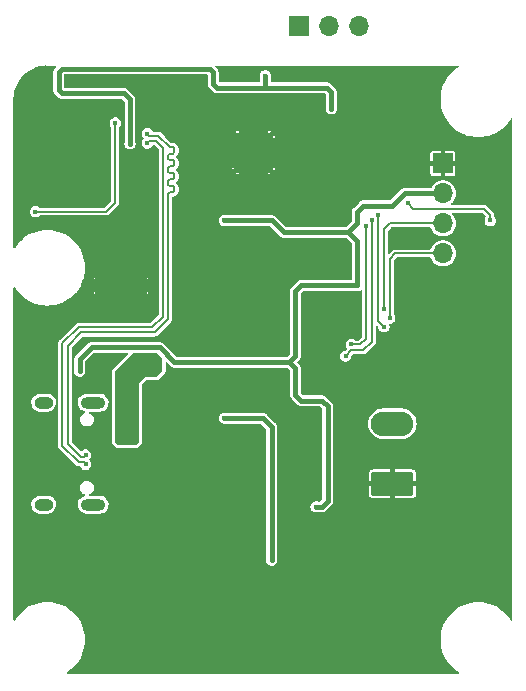
<source format=gbr>
%TF.GenerationSoftware,KiCad,Pcbnew,(7.0.0)*%
%TF.CreationDate,2023-10-01T16:50:46+07:00*%
%TF.ProjectId,CYPD3177,43595044-3331-4373-972e-6b696361645f,rev?*%
%TF.SameCoordinates,Original*%
%TF.FileFunction,Copper,L2,Bot*%
%TF.FilePolarity,Positive*%
%FSLAX46Y46*%
G04 Gerber Fmt 4.6, Leading zero omitted, Abs format (unit mm)*
G04 Created by KiCad (PCBNEW (7.0.0)) date 2023-10-01 16:50:46*
%MOMM*%
%LPD*%
G01*
G04 APERTURE LIST*
G04 Aperture macros list*
%AMRoundRect*
0 Rectangle with rounded corners*
0 $1 Rounding radius*
0 $2 $3 $4 $5 $6 $7 $8 $9 X,Y pos of 4 corners*
0 Add a 4 corners polygon primitive as box body*
4,1,4,$2,$3,$4,$5,$6,$7,$8,$9,$2,$3,0*
0 Add four circle primitives for the rounded corners*
1,1,$1+$1,$2,$3*
1,1,$1+$1,$4,$5*
1,1,$1+$1,$6,$7*
1,1,$1+$1,$8,$9*
0 Add four rect primitives between the rounded corners*
20,1,$1+$1,$2,$3,$4,$5,0*
20,1,$1+$1,$4,$5,$6,$7,0*
20,1,$1+$1,$6,$7,$8,$9,0*
20,1,$1+$1,$8,$9,$2,$3,0*%
G04 Aperture macros list end*
%TA.AperFunction,ComponentPad*%
%ADD10R,1.700000X1.700000*%
%TD*%
%TA.AperFunction,ComponentPad*%
%ADD11O,1.700000X1.700000*%
%TD*%
%TA.AperFunction,ComponentPad*%
%ADD12RoundRect,0.249999X1.550001X-0.790001X1.550001X0.790001X-1.550001X0.790001X-1.550001X-0.790001X0*%
%TD*%
%TA.AperFunction,ComponentPad*%
%ADD13O,3.600000X2.080000*%
%TD*%
%TA.AperFunction,ComponentPad*%
%ADD14C,0.600000*%
%TD*%
%TA.AperFunction,SMDPad,CuDef*%
%ADD15R,4.500000X2.950000*%
%TD*%
%TA.AperFunction,ComponentPad*%
%ADD16O,2.100000X1.000000*%
%TD*%
%TA.AperFunction,ComponentPad*%
%ADD17O,1.600000X1.000000*%
%TD*%
%TA.AperFunction,ComponentPad*%
%ADD18C,0.500000*%
%TD*%
%TA.AperFunction,SMDPad,CuDef*%
%ADD19R,3.200000X3.200000*%
%TD*%
%TA.AperFunction,ViaPad*%
%ADD20C,0.450000*%
%TD*%
%TA.AperFunction,Conductor*%
%ADD21C,0.400000*%
%TD*%
%TA.AperFunction,Conductor*%
%ADD22C,0.150800*%
%TD*%
%TA.AperFunction,Conductor*%
%ADD23C,0.200000*%
%TD*%
G04 APERTURE END LIST*
D10*
%TO.P,J5,1,Pin_1*%
%TO.N,GND*%
X55574999Y-13774999D03*
D11*
%TO.P,J5,2,Pin_2*%
%TO.N,/MCU/SWDIO*%
X58114999Y-13774999D03*
%TO.P,J5,3,Pin_3*%
%TO.N,/MCU/SWCLK*%
X60654999Y-13774999D03*
%TD*%
D12*
%TO.P,J2,1,Pin_1*%
%TO.N,GND*%
X63472500Y-52540000D03*
D13*
%TO.P,J2,2,Pin_2*%
%TO.N,Net-(J2-Pin_2)*%
X63472499Y-47459999D03*
%TD*%
D14*
%TO.P,U2,9,GNDPAD*%
%TO.N,GND*%
X42300000Y-35150000D03*
X41100000Y-35150000D03*
X39800000Y-35150000D03*
X38700000Y-35150000D03*
D15*
X40499999Y-35749999D03*
D14*
X42300000Y-36350000D03*
X41100000Y-36350000D03*
X39800000Y-36350000D03*
X38700000Y-36350000D03*
%TD*%
D16*
%TO.P,J1,S1,SHIELD*%
%TO.N,unconnected-(J1-SHIELD-PadS1)*%
X38129999Y-45679999D03*
D17*
X33949999Y-45679999D03*
D16*
X38129999Y-54319999D03*
D17*
X33949999Y-54319999D03*
%TD*%
D18*
%TO.P,U4,57,GND*%
%TO.N,GND*%
X50350000Y-25850000D03*
X53050000Y-25850000D03*
D19*
X51699999Y-24499999D03*
D18*
X50350000Y-23150000D03*
X53050000Y-23150000D03*
%TD*%
D10*
%TO.P,J4,1,Pin_1*%
%TO.N,GND*%
X67749999Y-25419999D03*
D11*
%TO.P,J4,2,Pin_2*%
%TO.N,+3V3*%
X67749999Y-27959999D03*
%TO.P,J4,3,Pin_3*%
%TO.N,/SCL*%
X67749999Y-30499999D03*
%TO.P,J4,4,Pin_4*%
%TO.N,/SDA*%
X67749999Y-33039999D03*
%TD*%
D20*
%TO.N,GND*%
X48250000Y-57250000D03*
X61500000Y-21000000D03*
X49500000Y-18000000D03*
X40750000Y-55000000D03*
X57000000Y-43250000D03*
X62500000Y-22250000D03*
X57750000Y-21250000D03*
X57000000Y-47750000D03*
X55750000Y-30250000D03*
X49250000Y-50750000D03*
X59500000Y-21000000D03*
X42750000Y-46500000D03*
X50750000Y-49250000D03*
X57000000Y-56750000D03*
X40750000Y-53500000D03*
X64000000Y-20250000D03*
X43750000Y-46500000D03*
X60750000Y-19900000D03*
X49250000Y-49250000D03*
X59500000Y-27500000D03*
X56500000Y-25750000D03*
X34500000Y-26200000D03*
X58000000Y-25750000D03*
X37200000Y-22900000D03*
X57000000Y-52250000D03*
X60750000Y-18400000D03*
X48250000Y-55750000D03*
X37750000Y-18250000D03*
X63250000Y-23250000D03*
X42750000Y-19500000D03*
X63250000Y-27000000D03*
X60750000Y-27500000D03*
X62000000Y-27500000D03*
X35900000Y-24500000D03*
X52500000Y-46250000D03*
X47500000Y-46250000D03*
X42750000Y-45500000D03*
X41250000Y-18500000D03*
X51250000Y-18000000D03*
X52250000Y-56750000D03*
X37200000Y-26200000D03*
X50750000Y-50750000D03*
X50000000Y-50000000D03*
X46000000Y-30250000D03*
%TO.N,VBUS*%
X42500000Y-43000000D03*
X40500000Y-48750000D03*
X43500000Y-42000000D03*
X42500000Y-42000000D03*
X41500000Y-47750000D03*
X43500000Y-43000000D03*
X41500000Y-48750000D03*
X40500000Y-47750000D03*
%TO.N,Net-(J2-Pin_2)*%
X49250000Y-47000000D03*
X53250000Y-59000000D03*
%TO.N,/FAULT*%
X62250000Y-29750000D03*
X62750000Y-39250000D03*
%TO.N,+3V3*%
X37000000Y-43000000D03*
X47750000Y-42250000D03*
X57000000Y-54500000D03*
X49250000Y-30250000D03*
X58500000Y-35750000D03*
X59500000Y-35750000D03*
X58300000Y-20800000D03*
X41250000Y-23750000D03*
X52250000Y-30250000D03*
X35200000Y-18900000D03*
X57500000Y-35750000D03*
X52250000Y-42250000D03*
X60500000Y-35750000D03*
X56500000Y-35750000D03*
X45750000Y-42250000D03*
X49750000Y-42250000D03*
X48300000Y-18000000D03*
X57000000Y-45500000D03*
X52700000Y-18000000D03*
%TO.N,/FLIP*%
X60000000Y-40750000D03*
X61250000Y-30750000D03*
%TO.N,/INT*%
X59500000Y-41750000D03*
X61750000Y-30250000D03*
%TO.N,/SDA*%
X63250000Y-38500000D03*
%TO.N,/SCL*%
X62750000Y-37750000D03*
%TO.N,/MCU/BOOT*%
X33250000Y-29500000D03*
X40000000Y-22000000D03*
%TO.N,/D_P*%
X42713355Y-23700000D03*
X37500000Y-50900000D03*
%TO.N,/D_N*%
X42713355Y-22900000D03*
X37500000Y-50100000D03*
%TO.N,/MCU/GPIO13*%
X64750000Y-28750000D03*
X71750000Y-30250000D03*
%TD*%
D21*
%TO.N,Net-(J2-Pin_2)*%
X49250000Y-47000000D02*
X52500000Y-47000000D01*
X53250000Y-47750000D02*
X53250000Y-59000000D01*
X52500000Y-47000000D02*
X53250000Y-47750000D01*
D22*
%TO.N,/FAULT*%
X62250000Y-38750000D02*
X62750000Y-39250000D01*
X62250000Y-29750000D02*
X62250000Y-38750000D01*
D21*
%TO.N,+3V3*%
X52250000Y-42250000D02*
X54750000Y-42250000D01*
X41250000Y-23750000D02*
X41250000Y-20000000D01*
X48600000Y-19000000D02*
X52750000Y-19000000D01*
D22*
X56300000Y-19000000D02*
X57900000Y-19000000D01*
D21*
X40750000Y-19500000D02*
X35500000Y-19500000D01*
X58500000Y-35750000D02*
X59500000Y-35750000D01*
X59750000Y-31250000D02*
X60500000Y-30500000D01*
X47500000Y-42250000D02*
X47750000Y-42250000D01*
X52250000Y-42250000D02*
X49750000Y-42250000D01*
X63460000Y-29000000D02*
X64500000Y-27960000D01*
X37000000Y-43000000D02*
X37000000Y-42000000D01*
X53250000Y-30250000D02*
X54250000Y-31250000D01*
X64500000Y-27960000D02*
X67750000Y-27960000D01*
X35200000Y-17700000D02*
X35500000Y-17400000D01*
X35500000Y-19500000D02*
X35200000Y-19200000D01*
X54750000Y-42250000D02*
X55250000Y-42750000D01*
X57500000Y-54500000D02*
X58000000Y-54000000D01*
X48000000Y-17400000D02*
X48300000Y-17700000D01*
X37000000Y-42000000D02*
X38000000Y-41000000D01*
X52250000Y-30250000D02*
X53250000Y-30250000D01*
X35500000Y-17400000D02*
X48000000Y-17400000D01*
X54750000Y-42250000D02*
X55250000Y-41750000D01*
X48300000Y-18000000D02*
X48300000Y-18700000D01*
X55750000Y-35750000D02*
X56500000Y-35750000D01*
X61000000Y-29000000D02*
X63460000Y-29000000D01*
X38000000Y-41000000D02*
X43750000Y-41000000D01*
X35200000Y-18900000D02*
X35200000Y-17700000D01*
X47500000Y-42250000D02*
X49750000Y-42250000D01*
X59500000Y-35750000D02*
X60500000Y-35750000D01*
X43750000Y-41000000D02*
X45000000Y-42250000D01*
X57900000Y-19000000D02*
X58300000Y-19400000D01*
X58300000Y-19400000D02*
X58300000Y-20800000D01*
X52700000Y-18000000D02*
X52700000Y-18950000D01*
X60500000Y-35750000D02*
X60500000Y-32000000D01*
X45750000Y-42250000D02*
X47500000Y-42250000D01*
D22*
X48600000Y-19000000D02*
X52400000Y-19000000D01*
D21*
X57250000Y-35750000D02*
X57500000Y-35750000D01*
X58000000Y-54000000D02*
X58000000Y-46000000D01*
X41250000Y-20000000D02*
X40750000Y-19500000D01*
X59750000Y-31250000D02*
X54250000Y-31250000D01*
D22*
X53000000Y-19000000D02*
X56300000Y-19000000D01*
D21*
X55250000Y-42750000D02*
X55250000Y-45000000D01*
X35200000Y-19200000D02*
X35200000Y-18900000D01*
X55250000Y-36250000D02*
X55750000Y-35750000D01*
X56500000Y-35750000D02*
X57250000Y-35750000D01*
X55250000Y-45000000D02*
X55750000Y-45500000D01*
X60500000Y-32000000D02*
X59750000Y-31250000D01*
X49250000Y-30250000D02*
X52250000Y-30250000D01*
X48300000Y-18700000D02*
X48600000Y-19000000D01*
X60500000Y-29500000D02*
X61000000Y-29000000D01*
X45000000Y-42250000D02*
X45750000Y-42250000D01*
X48300000Y-18000000D02*
X48300000Y-17700000D01*
X52700000Y-18950000D02*
X52750000Y-19000000D01*
D22*
X52700000Y-18700000D02*
X53000000Y-19000000D01*
X52700000Y-18700000D02*
X52700000Y-18000000D01*
D21*
X57250000Y-35750000D02*
X58500000Y-35750000D01*
X57500000Y-45500000D02*
X57000000Y-45500000D01*
X55250000Y-41750000D02*
X55250000Y-36250000D01*
X57000000Y-54500000D02*
X57500000Y-54500000D01*
X58000000Y-46000000D02*
X57500000Y-45500000D01*
X55750000Y-45500000D02*
X57000000Y-45500000D01*
X60500000Y-30500000D02*
X60500000Y-29500000D01*
X52750000Y-19000000D02*
X57900000Y-19000000D01*
D22*
X52400000Y-19000000D02*
X52700000Y-18700000D01*
%TO.N,/FLIP*%
X61250000Y-30750000D02*
X61250000Y-40250000D01*
X61250000Y-40250000D02*
X60750000Y-40750000D01*
X60750000Y-40750000D02*
X60000000Y-40750000D01*
%TO.N,/INT*%
X61000000Y-41250000D02*
X60000000Y-41250000D01*
X61750000Y-30250000D02*
X61750000Y-40500000D01*
X61750000Y-40500000D02*
X61000000Y-41250000D01*
X60000000Y-41250000D02*
X59500000Y-41750000D01*
%TO.N,/SDA*%
X63710000Y-33040000D02*
X67750000Y-33040000D01*
X63250000Y-33500000D02*
X63710000Y-33040000D01*
X63250000Y-38500000D02*
X63250000Y-33500000D01*
%TO.N,/SCL*%
X62750000Y-37750000D02*
X62750000Y-31000000D01*
X62750000Y-31000000D02*
X63250000Y-30500000D01*
X63250000Y-30500000D02*
X67750000Y-30500000D01*
%TO.N,/MCU/BOOT*%
X33250000Y-29500000D02*
X39250000Y-29500000D01*
X39250000Y-29500000D02*
X40000000Y-28750000D01*
X40000000Y-28750000D02*
X40000000Y-22000000D01*
D23*
%TO.N,/D_P*%
X36906800Y-39275000D02*
X35525000Y-40656800D01*
X35525000Y-49343200D02*
X36906801Y-50725001D01*
X43156800Y-39275000D02*
X36906800Y-39275000D01*
X37325001Y-50725001D02*
X37500000Y-50900000D01*
X43456801Y-23525001D02*
X44025000Y-24093200D01*
X44025000Y-24093200D02*
X44025000Y-38406800D01*
X36906801Y-50725001D02*
X37325001Y-50725001D01*
X35525000Y-40656800D02*
X35525000Y-49343200D01*
X44025000Y-38406800D02*
X43156800Y-39275000D01*
X42713355Y-23700000D02*
X42888354Y-23525001D01*
X42888354Y-23525001D02*
X43456801Y-23525001D01*
%TO.N,/D_N*%
X37093200Y-39725000D02*
X35975000Y-40843200D01*
X45014620Y-25556800D02*
X44890870Y-25680550D01*
X44890855Y-24030550D02*
X45014605Y-24154300D01*
X44890870Y-25130550D02*
X45014620Y-25254300D01*
X45014620Y-25254300D02*
X45014620Y-25556800D01*
X45014605Y-24154300D02*
X45014605Y-24456800D01*
X37325001Y-50274999D02*
X37500000Y-50100000D01*
X44475000Y-25804300D02*
X44475000Y-26106800D01*
X45014605Y-27756800D02*
X44890855Y-27880550D01*
X45014620Y-26656800D02*
X44890870Y-26780550D01*
X44598750Y-25680550D02*
X44475000Y-25804300D01*
X44890870Y-26230550D02*
X45014620Y-26354300D01*
X44475000Y-28004300D02*
X44475000Y-38593200D01*
X45014605Y-27454300D02*
X45014605Y-27756800D01*
X44475000Y-26904300D02*
X44475000Y-27206800D01*
X45014620Y-26354300D02*
X45014620Y-26656800D01*
X44475000Y-38593200D02*
X43343200Y-39725000D01*
X43343200Y-39725000D02*
X37093200Y-39725000D01*
X44598750Y-25130550D02*
X44890870Y-25130550D01*
X43643199Y-23074999D02*
X44598750Y-24030550D01*
X42713355Y-22900000D02*
X42888354Y-23074999D01*
X44598750Y-24580550D02*
X44475000Y-24704300D01*
X44598750Y-24030550D02*
X44890855Y-24030550D01*
X44475000Y-25006800D02*
X44598750Y-25130550D01*
X44598750Y-26230550D02*
X44890870Y-26230550D01*
X42888354Y-23074999D02*
X43643199Y-23074999D01*
X44475000Y-24704300D02*
X44475000Y-25006800D01*
X35975000Y-49156800D02*
X37093199Y-50274999D01*
X45014605Y-24456800D02*
X44890855Y-24580550D01*
X44890870Y-25680550D02*
X44598750Y-25680550D01*
X44475000Y-27206800D02*
X44598750Y-27330550D01*
X44598750Y-27330550D02*
X44890855Y-27330550D01*
X44890870Y-26780550D02*
X44598750Y-26780550D01*
X44890855Y-27880550D02*
X44598750Y-27880550D01*
X44890855Y-27330550D02*
X45014605Y-27454300D01*
X44890855Y-24580550D02*
X44598750Y-24580550D01*
X44475000Y-26106800D02*
X44598750Y-26230550D01*
X44598750Y-26780550D02*
X44475000Y-26904300D01*
X37093199Y-50274999D02*
X37325001Y-50274999D01*
X44598750Y-27880550D02*
X44475000Y-28004300D01*
X35975000Y-40843200D02*
X35975000Y-49156800D01*
D22*
%TO.N,/MCU/GPIO13*%
X64750000Y-28750000D02*
X65250000Y-29250000D01*
X71750000Y-29750000D02*
X71750000Y-30250000D01*
X65250000Y-29250000D02*
X71250000Y-29250000D01*
X71250000Y-29250000D02*
X71750000Y-29750000D01*
%TD*%
%TA.AperFunction,Conductor*%
%TO.N,GND*%
G36*
X34174518Y-17128497D02*
G01*
X34180501Y-17129495D01*
X34186339Y-17131500D01*
X34951778Y-17131500D01*
X34993113Y-17144039D01*
X35020515Y-17177429D01*
X35024748Y-17220415D01*
X35004386Y-17258509D01*
X34902288Y-17360606D01*
X34896070Y-17366164D01*
X34870385Y-17386647D01*
X34870381Y-17386650D01*
X34866030Y-17390121D01*
X34862894Y-17394719D01*
X34862886Y-17394729D01*
X34833292Y-17438135D01*
X34831684Y-17440402D01*
X34800515Y-17482635D01*
X34800513Y-17482637D01*
X34797207Y-17487118D01*
X34795367Y-17492374D01*
X34794060Y-17494848D01*
X34793958Y-17495017D01*
X34793891Y-17495179D01*
X34792664Y-17497725D01*
X34789528Y-17502327D01*
X34787886Y-17507648D01*
X34787883Y-17507656D01*
X34772396Y-17557863D01*
X34771527Y-17560505D01*
X34770639Y-17563043D01*
X34752354Y-17615301D01*
X34752145Y-17620867D01*
X34751621Y-17623637D01*
X34751578Y-17623808D01*
X34751561Y-17623996D01*
X34751143Y-17626768D01*
X34749500Y-17632098D01*
X34749500Y-17637674D01*
X34749500Y-17690182D01*
X34749448Y-17692964D01*
X34747740Y-17738615D01*
X34747276Y-17751010D01*
X34748718Y-17756392D01*
X34749032Y-17759176D01*
X34749500Y-17767506D01*
X34749500Y-18725632D01*
X34742776Y-18756540D01*
X34741277Y-18759820D01*
X34741274Y-18759828D01*
X34739069Y-18764658D01*
X34738313Y-18769915D01*
X34738312Y-18769919D01*
X34726731Y-18850472D01*
X34719610Y-18900000D01*
X34720367Y-18905264D01*
X34720367Y-18905265D01*
X34729751Y-18970538D01*
X34739069Y-19035342D01*
X34741275Y-19040173D01*
X34741277Y-19040179D01*
X34742776Y-19043460D01*
X34749500Y-19074368D01*
X34749500Y-19170523D01*
X34749032Y-19178853D01*
X34746995Y-19196936D01*
X34744730Y-19217035D01*
X34745765Y-19222509D01*
X34745766Y-19222514D01*
X34755529Y-19274114D01*
X34755995Y-19276855D01*
X34763821Y-19328774D01*
X34764652Y-19334287D01*
X34767070Y-19339308D01*
X34767894Y-19341979D01*
X34767943Y-19342177D01*
X34768015Y-19342351D01*
X34768941Y-19344999D01*
X34769977Y-19350472D01*
X34772578Y-19355395D01*
X34772581Y-19355401D01*
X34797126Y-19401842D01*
X34798380Y-19404325D01*
X34821156Y-19451620D01*
X34821157Y-19451622D01*
X34823575Y-19456642D01*
X34827364Y-19460726D01*
X34828943Y-19463042D01*
X34829041Y-19463205D01*
X34829158Y-19463346D01*
X34830828Y-19465609D01*
X34833434Y-19470538D01*
X34837374Y-19474478D01*
X34874515Y-19511619D01*
X34876445Y-19513623D01*
X34915945Y-19556194D01*
X34920770Y-19558979D01*
X34922961Y-19560727D01*
X34929181Y-19566285D01*
X35160604Y-19797707D01*
X35166163Y-19803928D01*
X35190121Y-19833970D01*
X35238144Y-19866712D01*
X35240345Y-19868272D01*
X35287118Y-19902793D01*
X35292377Y-19904633D01*
X35294839Y-19905934D01*
X35295017Y-19906041D01*
X35295195Y-19906115D01*
X35297720Y-19907331D01*
X35302327Y-19910472D01*
X35347843Y-19924511D01*
X35357845Y-19927596D01*
X35360453Y-19928453D01*
X35415301Y-19947646D01*
X35420871Y-19947854D01*
X35423613Y-19948373D01*
X35423805Y-19948420D01*
X35424003Y-19948439D01*
X35426767Y-19948855D01*
X35432098Y-19950500D01*
X35490182Y-19950500D01*
X35492963Y-19950551D01*
X35551010Y-19952724D01*
X35556394Y-19951281D01*
X35559176Y-19950968D01*
X35567506Y-19950500D01*
X40532578Y-19950500D01*
X40561050Y-19956163D01*
X40585187Y-19972291D01*
X40777709Y-20164812D01*
X40793837Y-20188949D01*
X40799500Y-20217421D01*
X40799500Y-23575632D01*
X40792776Y-23606540D01*
X40791277Y-23609820D01*
X40791274Y-23609828D01*
X40789069Y-23614658D01*
X40788313Y-23619915D01*
X40788312Y-23619919D01*
X40774482Y-23716114D01*
X40769610Y-23750000D01*
X40770367Y-23755265D01*
X40781123Y-23830080D01*
X40789069Y-23885342D01*
X40791274Y-23890172D01*
X40791276Y-23890176D01*
X40824871Y-23963737D01*
X40845870Y-24009718D01*
X40935411Y-24113055D01*
X41050439Y-24186978D01*
X41181633Y-24225500D01*
X41313043Y-24225500D01*
X41318367Y-24225500D01*
X41449561Y-24186978D01*
X41564589Y-24113055D01*
X41654130Y-24009718D01*
X41710931Y-23885342D01*
X41730390Y-23750000D01*
X41710931Y-23614658D01*
X41708118Y-23608499D01*
X41707224Y-23606540D01*
X41700500Y-23575632D01*
X41700500Y-20029477D01*
X41700968Y-20021147D01*
X41703144Y-20001832D01*
X41705270Y-19982965D01*
X41694459Y-19925828D01*
X41694005Y-19923157D01*
X41685348Y-19865713D01*
X41682927Y-19860687D01*
X41682108Y-19858030D01*
X41682056Y-19857823D01*
X41681986Y-19857652D01*
X41681060Y-19855006D01*
X41680024Y-19849529D01*
X41652870Y-19798152D01*
X41651618Y-19795672D01*
X41626425Y-19743358D01*
X41622635Y-19739273D01*
X41621053Y-19736952D01*
X41620955Y-19736789D01*
X41620833Y-19736642D01*
X41619168Y-19734387D01*
X41616566Y-19729463D01*
X41575494Y-19688391D01*
X41573564Y-19686387D01*
X41537845Y-19647891D01*
X41537846Y-19647891D01*
X41534055Y-19643806D01*
X41529229Y-19641019D01*
X41527034Y-19639269D01*
X41520814Y-19633711D01*
X41089394Y-19202291D01*
X41083835Y-19196070D01*
X41063355Y-19170389D01*
X41059879Y-19166030D01*
X41011865Y-19133294D01*
X41009643Y-19131718D01*
X40962882Y-19097207D01*
X40957626Y-19095367D01*
X40955150Y-19094059D01*
X40954982Y-19093958D01*
X40954806Y-19093885D01*
X40952277Y-19092667D01*
X40947673Y-19089528D01*
X40942350Y-19087886D01*
X40942348Y-19087885D01*
X40892135Y-19072397D01*
X40889493Y-19071527D01*
X40858628Y-19060727D01*
X40834699Y-19052354D01*
X40829132Y-19052145D01*
X40826363Y-19051621D01*
X40826188Y-19051577D01*
X40826000Y-19051560D01*
X40823228Y-19051142D01*
X40817902Y-19049500D01*
X40812327Y-19049500D01*
X40759818Y-19049500D01*
X40757036Y-19049448D01*
X40704559Y-19047484D01*
X40704556Y-19047484D01*
X40698990Y-19047276D01*
X40693607Y-19048718D01*
X40690824Y-19049032D01*
X40682494Y-19049500D01*
X35744757Y-19049500D01*
X35704533Y-19037689D01*
X35677080Y-19006006D01*
X35671114Y-18964512D01*
X35680390Y-18900000D01*
X35660931Y-18764658D01*
X35657224Y-18756540D01*
X35650500Y-18725632D01*
X35650500Y-17924900D01*
X35660468Y-17887700D01*
X35687700Y-17860468D01*
X35724900Y-17850500D01*
X47755242Y-17850500D01*
X47795466Y-17862311D01*
X47822918Y-17893993D01*
X47828885Y-17935488D01*
X47819610Y-18000000D01*
X47839069Y-18135342D01*
X47841275Y-18140173D01*
X47841277Y-18140179D01*
X47842776Y-18143460D01*
X47849500Y-18174368D01*
X47849500Y-18670523D01*
X47849032Y-18678852D01*
X47844730Y-18717035D01*
X47845765Y-18722509D01*
X47845766Y-18722514D01*
X47855529Y-18774114D01*
X47855995Y-18776855D01*
X47864652Y-18834287D01*
X47867070Y-18839308D01*
X47867894Y-18841979D01*
X47867943Y-18842177D01*
X47868015Y-18842351D01*
X47868941Y-18844999D01*
X47869977Y-18850472D01*
X47872578Y-18855395D01*
X47872581Y-18855401D01*
X47897126Y-18901842D01*
X47898380Y-18904325D01*
X47921156Y-18951620D01*
X47921157Y-18951622D01*
X47923575Y-18956642D01*
X47927364Y-18960726D01*
X47928943Y-18963042D01*
X47929041Y-18963205D01*
X47929158Y-18963346D01*
X47930828Y-18965609D01*
X47933434Y-18970538D01*
X47937374Y-18974477D01*
X47937374Y-18974478D01*
X47974515Y-19011619D01*
X47976445Y-19013623D01*
X48015945Y-19056194D01*
X48020770Y-19058979D01*
X48022961Y-19060727D01*
X48029181Y-19066285D01*
X48260604Y-19297707D01*
X48266163Y-19303928D01*
X48290121Y-19333970D01*
X48338144Y-19366712D01*
X48340345Y-19368272D01*
X48387118Y-19402793D01*
X48392377Y-19404633D01*
X48394839Y-19405934D01*
X48395017Y-19406041D01*
X48395195Y-19406115D01*
X48397720Y-19407331D01*
X48402327Y-19410472D01*
X48457845Y-19427596D01*
X48460453Y-19428453D01*
X48515301Y-19447646D01*
X48520871Y-19447854D01*
X48523613Y-19448373D01*
X48523805Y-19448420D01*
X48524003Y-19448439D01*
X48526767Y-19448855D01*
X48532098Y-19450500D01*
X48590182Y-19450500D01*
X48592963Y-19450551D01*
X48651010Y-19452724D01*
X48656394Y-19451281D01*
X48659176Y-19450968D01*
X48667506Y-19450500D01*
X52682098Y-19450500D01*
X52740165Y-19450500D01*
X52742948Y-19450552D01*
X52801010Y-19452725D01*
X52806395Y-19451282D01*
X52809184Y-19450968D01*
X52817514Y-19450500D01*
X57682578Y-19450500D01*
X57711050Y-19456163D01*
X57735187Y-19472291D01*
X57827709Y-19564813D01*
X57843837Y-19588950D01*
X57849500Y-19617422D01*
X57849500Y-20625632D01*
X57842776Y-20656540D01*
X57841277Y-20659820D01*
X57841274Y-20659828D01*
X57839069Y-20664658D01*
X57838313Y-20669915D01*
X57838312Y-20669919D01*
X57820859Y-20791311D01*
X57819610Y-20800000D01*
X57839069Y-20935342D01*
X57841274Y-20940172D01*
X57841276Y-20940176D01*
X57893661Y-21054881D01*
X57895870Y-21059718D01*
X57985411Y-21163055D01*
X58100439Y-21236978D01*
X58231633Y-21275500D01*
X58363043Y-21275500D01*
X58368367Y-21275500D01*
X58499561Y-21236978D01*
X58614589Y-21163055D01*
X58704130Y-21059718D01*
X58760931Y-20935342D01*
X58780390Y-20800000D01*
X58760931Y-20664658D01*
X58757224Y-20656540D01*
X58750500Y-20625632D01*
X58750500Y-19429477D01*
X58750968Y-19421147D01*
X58755270Y-19382965D01*
X58744458Y-19325828D01*
X58744006Y-19323165D01*
X58735348Y-19265713D01*
X58732927Y-19260686D01*
X58732107Y-19258028D01*
X58732056Y-19257824D01*
X58731978Y-19257635D01*
X58731059Y-19255010D01*
X58730023Y-19249528D01*
X58702864Y-19198144D01*
X58701632Y-19195704D01*
X58676425Y-19143358D01*
X58672627Y-19139265D01*
X58671057Y-19136962D01*
X58670952Y-19136787D01*
X58670823Y-19136632D01*
X58669170Y-19134392D01*
X58666565Y-19129462D01*
X58625494Y-19088391D01*
X58623564Y-19086387D01*
X58610583Y-19072397D01*
X58584055Y-19043806D01*
X58579229Y-19041019D01*
X58577034Y-19039269D01*
X58570814Y-19033711D01*
X58239394Y-18702291D01*
X58233835Y-18696070D01*
X58213355Y-18670389D01*
X58209879Y-18666030D01*
X58161865Y-18633294D01*
X58159643Y-18631718D01*
X58112882Y-18597207D01*
X58107626Y-18595367D01*
X58105150Y-18594059D01*
X58104982Y-18593958D01*
X58104806Y-18593885D01*
X58102277Y-18592667D01*
X58097673Y-18589528D01*
X58092350Y-18587886D01*
X58092348Y-18587885D01*
X58042135Y-18572397D01*
X58039493Y-18571527D01*
X57989960Y-18554195D01*
X57984699Y-18552354D01*
X57979132Y-18552145D01*
X57976363Y-18551621D01*
X57976188Y-18551577D01*
X57976000Y-18551560D01*
X57973228Y-18551142D01*
X57967902Y-18549500D01*
X57962327Y-18549500D01*
X57909818Y-18549500D01*
X57907036Y-18549448D01*
X57854559Y-18547484D01*
X57854556Y-18547484D01*
X57848990Y-18547276D01*
X57843607Y-18548718D01*
X57840824Y-18549032D01*
X57832494Y-18549500D01*
X53224900Y-18549500D01*
X53187700Y-18539532D01*
X53160468Y-18512300D01*
X53150500Y-18475100D01*
X53150500Y-18174368D01*
X53157224Y-18143460D01*
X53158722Y-18140179D01*
X53158721Y-18140179D01*
X53160931Y-18135342D01*
X53180390Y-18000000D01*
X53160931Y-17864658D01*
X53104130Y-17740282D01*
X53014589Y-17636945D01*
X52899561Y-17563022D01*
X52894459Y-17561523D01*
X52894457Y-17561523D01*
X52773476Y-17526000D01*
X52773475Y-17525999D01*
X52768367Y-17524500D01*
X52631633Y-17524500D01*
X52626525Y-17525999D01*
X52626523Y-17526000D01*
X52505542Y-17561523D01*
X52505538Y-17561524D01*
X52500439Y-17563022D01*
X52495969Y-17565894D01*
X52495966Y-17565896D01*
X52392953Y-17632098D01*
X52385411Y-17636945D01*
X52381924Y-17640968D01*
X52381924Y-17640969D01*
X52340734Y-17688506D01*
X52295870Y-17740282D01*
X52293662Y-17745115D01*
X52293661Y-17745118D01*
X52241276Y-17859823D01*
X52241274Y-17859829D01*
X52239069Y-17864658D01*
X52238313Y-17869915D01*
X52238312Y-17869919D01*
X52228885Y-17935488D01*
X52219610Y-18000000D01*
X52239069Y-18135342D01*
X52241275Y-18140173D01*
X52241277Y-18140179D01*
X52242776Y-18143460D01*
X52249500Y-18174368D01*
X52249500Y-18475100D01*
X52239532Y-18512300D01*
X52212300Y-18539532D01*
X52175100Y-18549500D01*
X48824900Y-18549500D01*
X48787700Y-18539532D01*
X48760468Y-18512300D01*
X48750500Y-18475100D01*
X48750500Y-18174368D01*
X48757224Y-18143460D01*
X48758722Y-18140179D01*
X48758721Y-18140179D01*
X48760931Y-18135342D01*
X48780390Y-18000000D01*
X48760931Y-17864658D01*
X48757224Y-17856540D01*
X48750500Y-17825632D01*
X48750500Y-17729477D01*
X48750968Y-17721147D01*
X48754143Y-17692964D01*
X48755270Y-17682965D01*
X48744458Y-17625828D01*
X48744006Y-17623165D01*
X48735348Y-17565713D01*
X48732927Y-17560686D01*
X48732107Y-17558028D01*
X48732057Y-17557827D01*
X48731978Y-17557636D01*
X48731060Y-17555012D01*
X48730023Y-17549528D01*
X48702859Y-17498133D01*
X48701649Y-17495738D01*
X48676425Y-17443358D01*
X48672633Y-17439271D01*
X48671054Y-17436954D01*
X48670954Y-17436789D01*
X48670835Y-17436645D01*
X48669170Y-17434390D01*
X48666566Y-17429462D01*
X48625483Y-17388378D01*
X48623553Y-17386375D01*
X48587846Y-17347892D01*
X48584055Y-17343806D01*
X48579226Y-17341018D01*
X48577041Y-17339275D01*
X48570820Y-17333716D01*
X48495613Y-17258509D01*
X48475252Y-17220415D01*
X48479485Y-17177428D01*
X48506888Y-17144039D01*
X48548222Y-17131500D01*
X69050019Y-17131500D01*
X69095069Y-17146690D01*
X69121724Y-17186057D01*
X69119100Y-17233526D01*
X69088268Y-17269715D01*
X68973748Y-17338355D01*
X68973736Y-17338362D01*
X68972176Y-17339298D01*
X68970722Y-17340375D01*
X68970706Y-17340387D01*
X68721406Y-17525280D01*
X68721390Y-17525292D01*
X68719942Y-17526367D01*
X68718594Y-17527588D01*
X68718590Y-17527592D01*
X68488615Y-17736029D01*
X68488604Y-17736039D01*
X68487259Y-17737259D01*
X68486039Y-17738604D01*
X68486029Y-17738615D01*
X68278135Y-17967991D01*
X68276367Y-17969942D01*
X68275292Y-17971390D01*
X68275280Y-17971406D01*
X68090387Y-18220706D01*
X68090375Y-18220722D01*
X68089298Y-18222176D01*
X68088362Y-18223736D01*
X68088355Y-18223748D01*
X67928793Y-18489960D01*
X67928787Y-18489969D01*
X67927852Y-18491531D01*
X67927075Y-18493172D01*
X67927070Y-18493183D01*
X67794364Y-18773767D01*
X67794357Y-18773783D01*
X67793586Y-18775414D01*
X67792979Y-18777107D01*
X67792972Y-18777127D01*
X67688407Y-19069365D01*
X67688400Y-19069387D01*
X67687791Y-19071090D01*
X67687350Y-19072848D01*
X67687344Y-19072870D01*
X67611930Y-19373944D01*
X67611927Y-19373955D01*
X67611488Y-19375711D01*
X67611224Y-19377489D01*
X67611221Y-19377506D01*
X67565675Y-19684549D01*
X67565673Y-19684560D01*
X67565409Y-19686346D01*
X67565320Y-19688154D01*
X67565319Y-19688166D01*
X67552154Y-19956163D01*
X67550000Y-20000000D01*
X67550090Y-20001832D01*
X67565319Y-20311833D01*
X67565320Y-20311843D01*
X67565409Y-20313654D01*
X67565674Y-20315441D01*
X67565675Y-20315450D01*
X67611221Y-20622493D01*
X67611223Y-20622504D01*
X67611488Y-20624289D01*
X67611928Y-20626048D01*
X67611930Y-20626055D01*
X67687344Y-20927129D01*
X67687349Y-20927145D01*
X67687791Y-20928910D01*
X67688402Y-20930618D01*
X67688407Y-20930634D01*
X67792972Y-21222872D01*
X67792977Y-21222884D01*
X67793586Y-21224586D01*
X67794360Y-21226223D01*
X67794364Y-21226232D01*
X67800155Y-21238476D01*
X67927852Y-21508469D01*
X67928792Y-21510038D01*
X67928793Y-21510039D01*
X68064386Y-21736262D01*
X68089298Y-21777824D01*
X68090382Y-21779286D01*
X68090387Y-21779293D01*
X68254074Y-22000000D01*
X68276367Y-22030058D01*
X68487259Y-22262741D01*
X68719942Y-22473633D01*
X68721403Y-22474716D01*
X68721406Y-22474719D01*
X68951163Y-22645118D01*
X68972176Y-22660702D01*
X69241531Y-22822148D01*
X69525414Y-22956414D01*
X69527125Y-22957026D01*
X69527127Y-22957027D01*
X69819365Y-23061592D01*
X69819368Y-23061593D01*
X69821090Y-23062209D01*
X69822867Y-23062654D01*
X69822870Y-23062655D01*
X69900553Y-23082113D01*
X70125711Y-23138512D01*
X70436346Y-23184591D01*
X70750000Y-23200000D01*
X71063654Y-23184591D01*
X71374289Y-23138512D01*
X71678910Y-23062209D01*
X71974586Y-22956414D01*
X72258469Y-22822148D01*
X72527824Y-22660702D01*
X72780058Y-22473633D01*
X73012741Y-22262741D01*
X73223633Y-22030058D01*
X73410702Y-21777824D01*
X73489534Y-21646300D01*
X73525726Y-21615469D01*
X73573199Y-21612848D01*
X73612565Y-21639510D01*
X73627748Y-21684567D01*
X73618855Y-64050628D01*
X73603658Y-64095671D01*
X73564291Y-64122319D01*
X73516825Y-64119691D01*
X73480641Y-64088862D01*
X73410702Y-63972176D01*
X73223633Y-63719942D01*
X73012741Y-63487259D01*
X72780058Y-63276367D01*
X72778599Y-63275285D01*
X72778593Y-63275280D01*
X72529293Y-63090387D01*
X72529286Y-63090382D01*
X72527824Y-63089298D01*
X72258469Y-62927852D01*
X72256816Y-62927070D01*
X71976232Y-62794364D01*
X71976223Y-62794360D01*
X71974586Y-62793586D01*
X71972884Y-62792977D01*
X71972872Y-62792972D01*
X71680634Y-62688407D01*
X71680618Y-62688402D01*
X71678910Y-62687791D01*
X71677145Y-62687349D01*
X71677129Y-62687344D01*
X71376055Y-62611930D01*
X71376048Y-62611928D01*
X71374289Y-62611488D01*
X71372504Y-62611223D01*
X71372493Y-62611221D01*
X71065450Y-62565675D01*
X71065441Y-62565674D01*
X71063654Y-62565409D01*
X71061843Y-62565320D01*
X71061833Y-62565319D01*
X70751832Y-62550090D01*
X70750000Y-62550000D01*
X70748168Y-62550090D01*
X70438166Y-62565319D01*
X70438154Y-62565320D01*
X70436346Y-62565409D01*
X70434560Y-62565673D01*
X70434549Y-62565675D01*
X70127506Y-62611221D01*
X70127491Y-62611223D01*
X70125711Y-62611488D01*
X70123955Y-62611927D01*
X70123944Y-62611930D01*
X69822870Y-62687344D01*
X69822848Y-62687350D01*
X69821090Y-62687791D01*
X69819387Y-62688400D01*
X69819365Y-62688407D01*
X69527127Y-62792972D01*
X69527107Y-62792979D01*
X69525414Y-62793586D01*
X69523783Y-62794357D01*
X69523767Y-62794364D01*
X69243183Y-62927070D01*
X69243172Y-62927075D01*
X69241531Y-62927852D01*
X69239969Y-62928787D01*
X69239960Y-62928793D01*
X68973748Y-63088355D01*
X68973736Y-63088362D01*
X68972176Y-63089298D01*
X68970722Y-63090375D01*
X68970706Y-63090387D01*
X68721406Y-63275280D01*
X68721390Y-63275292D01*
X68719942Y-63276367D01*
X68718594Y-63277588D01*
X68718590Y-63277592D01*
X68488615Y-63486029D01*
X68488604Y-63486039D01*
X68487259Y-63487259D01*
X68486039Y-63488604D01*
X68486029Y-63488615D01*
X68277592Y-63718590D01*
X68276367Y-63719942D01*
X68275292Y-63721390D01*
X68275280Y-63721406D01*
X68090387Y-63970706D01*
X68090375Y-63970722D01*
X68089298Y-63972176D01*
X68088362Y-63973736D01*
X68088355Y-63973748D01*
X67928793Y-64239960D01*
X67928787Y-64239969D01*
X67927852Y-64241531D01*
X67927075Y-64243172D01*
X67927070Y-64243183D01*
X67794364Y-64523767D01*
X67794357Y-64523783D01*
X67793586Y-64525414D01*
X67792979Y-64527107D01*
X67792972Y-64527127D01*
X67688407Y-64819365D01*
X67688400Y-64819387D01*
X67687791Y-64821090D01*
X67687350Y-64822848D01*
X67687344Y-64822870D01*
X67611930Y-65123944D01*
X67611927Y-65123955D01*
X67611488Y-65125711D01*
X67611223Y-65127491D01*
X67611221Y-65127506D01*
X67565675Y-65434549D01*
X67565673Y-65434560D01*
X67565409Y-65436346D01*
X67565320Y-65438154D01*
X67565319Y-65438166D01*
X67554773Y-65652849D01*
X67550000Y-65750000D01*
X67550090Y-65751832D01*
X67565319Y-66061833D01*
X67565320Y-66061843D01*
X67565409Y-66063654D01*
X67565674Y-66065441D01*
X67565675Y-66065450D01*
X67611221Y-66372493D01*
X67611223Y-66372504D01*
X67611488Y-66374289D01*
X67611928Y-66376048D01*
X67611930Y-66376055D01*
X67687344Y-66677129D01*
X67687349Y-66677145D01*
X67687791Y-66678910D01*
X67688402Y-66680618D01*
X67688407Y-66680634D01*
X67792972Y-66972872D01*
X67792977Y-66972884D01*
X67793586Y-66974586D01*
X67794360Y-66976223D01*
X67794364Y-66976232D01*
X67927070Y-67256816D01*
X67927852Y-67258469D01*
X68089298Y-67527824D01*
X68090382Y-67529286D01*
X68090387Y-67529293D01*
X68153622Y-67614556D01*
X68276367Y-67780058D01*
X68487259Y-68012741D01*
X68719942Y-68223633D01*
X68972176Y-68410702D01*
X69088268Y-68480285D01*
X69119100Y-68516474D01*
X69121724Y-68563943D01*
X69095069Y-68603310D01*
X69050019Y-68618500D01*
X35949981Y-68618500D01*
X35904931Y-68603310D01*
X35878276Y-68563943D01*
X35880900Y-68516474D01*
X35911732Y-68480285D01*
X36027824Y-68410702D01*
X36280058Y-68223633D01*
X36512741Y-68012741D01*
X36723633Y-67780058D01*
X36910702Y-67527824D01*
X37072148Y-67258469D01*
X37206414Y-66974586D01*
X37312209Y-66678910D01*
X37388512Y-66374289D01*
X37434591Y-66063654D01*
X37450000Y-65750000D01*
X37434591Y-65436346D01*
X37388512Y-65125711D01*
X37312209Y-64821090D01*
X37206414Y-64525414D01*
X37072148Y-64241531D01*
X36910702Y-63972176D01*
X36723633Y-63719942D01*
X36512741Y-63487259D01*
X36280058Y-63276367D01*
X36278599Y-63275285D01*
X36278593Y-63275280D01*
X36029293Y-63090387D01*
X36029286Y-63090382D01*
X36027824Y-63089298D01*
X35758469Y-62927852D01*
X35756816Y-62927070D01*
X35476232Y-62794364D01*
X35476223Y-62794360D01*
X35474586Y-62793586D01*
X35472884Y-62792977D01*
X35472872Y-62792972D01*
X35180634Y-62688407D01*
X35180618Y-62688402D01*
X35178910Y-62687791D01*
X35177145Y-62687349D01*
X35177129Y-62687344D01*
X34876055Y-62611930D01*
X34876048Y-62611928D01*
X34874289Y-62611488D01*
X34872504Y-62611223D01*
X34872493Y-62611221D01*
X34565450Y-62565675D01*
X34565441Y-62565674D01*
X34563654Y-62565409D01*
X34561843Y-62565320D01*
X34561833Y-62565319D01*
X34251832Y-62550090D01*
X34250000Y-62550000D01*
X34248168Y-62550090D01*
X33938166Y-62565319D01*
X33938154Y-62565320D01*
X33936346Y-62565409D01*
X33934560Y-62565673D01*
X33934549Y-62565675D01*
X33627506Y-62611221D01*
X33627491Y-62611223D01*
X33625711Y-62611488D01*
X33623955Y-62611927D01*
X33623944Y-62611930D01*
X33322870Y-62687344D01*
X33322848Y-62687350D01*
X33321090Y-62687791D01*
X33319387Y-62688400D01*
X33319365Y-62688407D01*
X33027127Y-62792972D01*
X33027107Y-62792979D01*
X33025414Y-62793586D01*
X33023783Y-62794357D01*
X33023767Y-62794364D01*
X32743183Y-62927070D01*
X32743172Y-62927075D01*
X32741531Y-62927852D01*
X32739969Y-62928787D01*
X32739960Y-62928793D01*
X32473748Y-63088355D01*
X32473736Y-63088362D01*
X32472176Y-63089298D01*
X32470722Y-63090375D01*
X32470706Y-63090387D01*
X32221406Y-63275280D01*
X32221390Y-63275292D01*
X32219942Y-63276367D01*
X32218594Y-63277588D01*
X32218590Y-63277592D01*
X31988615Y-63486029D01*
X31988604Y-63486039D01*
X31987259Y-63487259D01*
X31986039Y-63488604D01*
X31986029Y-63488615D01*
X31777592Y-63718590D01*
X31776367Y-63719942D01*
X31775292Y-63721390D01*
X31775280Y-63721406D01*
X31590387Y-63970706D01*
X31590375Y-63970722D01*
X31589298Y-63972176D01*
X31588362Y-63973736D01*
X31588355Y-63973748D01*
X31519715Y-64088268D01*
X31483526Y-64119100D01*
X31436057Y-64121724D01*
X31396690Y-64095069D01*
X31381500Y-64050019D01*
X31381500Y-54363935D01*
X32895669Y-54363935D01*
X32896419Y-54368192D01*
X32896420Y-54368198D01*
X32920590Y-54505265D01*
X32926135Y-54536711D01*
X32995623Y-54697804D01*
X33100390Y-54838530D01*
X33103708Y-54841314D01*
X33103709Y-54841315D01*
X33219500Y-54938476D01*
X33234786Y-54951302D01*
X33391567Y-55030040D01*
X33562279Y-55070500D01*
X34291548Y-55070500D01*
X34293709Y-55070500D01*
X34424255Y-55055241D01*
X34589117Y-54995237D01*
X34735696Y-54898830D01*
X34856092Y-54771218D01*
X34943812Y-54619281D01*
X34994130Y-54451210D01*
X34999213Y-54363935D01*
X36825669Y-54363935D01*
X36826419Y-54368192D01*
X36826420Y-54368198D01*
X36850590Y-54505265D01*
X36856135Y-54536711D01*
X36925623Y-54697804D01*
X37030390Y-54838530D01*
X37033708Y-54841314D01*
X37033709Y-54841315D01*
X37149500Y-54938476D01*
X37164786Y-54951302D01*
X37321567Y-55030040D01*
X37492279Y-55070500D01*
X38721548Y-55070500D01*
X38723709Y-55070500D01*
X38854255Y-55055241D01*
X39019117Y-54995237D01*
X39165696Y-54898830D01*
X39286092Y-54771218D01*
X39373812Y-54619281D01*
X39424130Y-54451210D01*
X39434331Y-54276065D01*
X39403865Y-54103289D01*
X39334377Y-53942196D01*
X39229610Y-53801470D01*
X39215941Y-53790000D01*
X39098530Y-53691480D01*
X39098527Y-53691478D01*
X39095214Y-53688698D01*
X38938433Y-53609960D01*
X38934210Y-53608959D01*
X38771943Y-53570500D01*
X38771937Y-53570499D01*
X38767721Y-53569500D01*
X37847883Y-53569500D01*
X37800684Y-53552612D01*
X37774913Y-53509615D01*
X37782268Y-53460028D01*
X37819411Y-53426363D01*
X37892250Y-53396192D01*
X38013304Y-53303304D01*
X38106192Y-53182250D01*
X38164584Y-53041280D01*
X38184500Y-52890000D01*
X38164584Y-52738720D01*
X38106192Y-52597750D01*
X38013304Y-52476696D01*
X37892250Y-52383808D01*
X37751280Y-52325416D01*
X37746454Y-52324780D01*
X37746448Y-52324779D01*
X37640389Y-52310817D01*
X37640386Y-52310816D01*
X37637980Y-52310500D01*
X37562020Y-52310500D01*
X37559614Y-52310816D01*
X37559610Y-52310817D01*
X37453551Y-52324779D01*
X37453543Y-52324780D01*
X37448720Y-52325416D01*
X37444218Y-52327280D01*
X37444217Y-52327281D01*
X37312256Y-52381941D01*
X37312252Y-52381942D01*
X37307750Y-52383808D01*
X37303878Y-52386778D01*
X37303878Y-52386779D01*
X37190568Y-52473724D01*
X37190564Y-52473727D01*
X37186696Y-52476696D01*
X37183727Y-52480564D01*
X37183724Y-52480568D01*
X37096779Y-52593878D01*
X37093808Y-52597750D01*
X37091942Y-52602252D01*
X37091941Y-52602256D01*
X37037281Y-52734217D01*
X37035416Y-52738720D01*
X37034780Y-52743543D01*
X37034779Y-52743551D01*
X37016136Y-52885169D01*
X37015500Y-52890000D01*
X37016136Y-52894831D01*
X37034779Y-53036448D01*
X37034780Y-53036454D01*
X37035416Y-53041280D01*
X37093808Y-53182250D01*
X37186696Y-53303304D01*
X37307750Y-53396192D01*
X37421165Y-53443170D01*
X37456158Y-53473077D01*
X37466856Y-53517848D01*
X37449166Y-53560345D01*
X37409903Y-53584272D01*
X37405745Y-53584759D01*
X37401681Y-53586238D01*
X37401673Y-53586240D01*
X37244959Y-53643279D01*
X37244955Y-53643280D01*
X37240883Y-53644763D01*
X37237262Y-53647144D01*
X37237259Y-53647146D01*
X37097922Y-53738789D01*
X37097914Y-53738795D01*
X37094304Y-53741170D01*
X37091336Y-53744315D01*
X37091331Y-53744320D01*
X36976880Y-53865630D01*
X36976873Y-53865638D01*
X36973908Y-53868782D01*
X36971744Y-53872529D01*
X36971741Y-53872534D01*
X36888358Y-54016959D01*
X36888355Y-54016964D01*
X36886188Y-54020719D01*
X36884944Y-54024871D01*
X36884942Y-54024878D01*
X36837112Y-54184639D01*
X36837110Y-54184645D01*
X36835870Y-54188790D01*
X36835618Y-54193112D01*
X36835618Y-54193114D01*
X36834939Y-54204775D01*
X36825669Y-54363935D01*
X34999213Y-54363935D01*
X35004331Y-54276065D01*
X34973865Y-54103289D01*
X34904377Y-53942196D01*
X34799610Y-53801470D01*
X34785941Y-53790000D01*
X34668530Y-53691480D01*
X34668527Y-53691478D01*
X34665214Y-53688698D01*
X34508433Y-53609960D01*
X34504210Y-53608959D01*
X34341943Y-53570500D01*
X34341937Y-53570499D01*
X34337721Y-53569500D01*
X33606291Y-53569500D01*
X33604159Y-53569749D01*
X33604145Y-53569750D01*
X33480047Y-53584256D01*
X33480045Y-53584256D01*
X33475745Y-53584759D01*
X33471675Y-53586240D01*
X33471672Y-53586241D01*
X33314959Y-53643279D01*
X33314955Y-53643280D01*
X33310883Y-53644763D01*
X33307262Y-53647144D01*
X33307259Y-53647146D01*
X33167922Y-53738789D01*
X33167914Y-53738795D01*
X33164304Y-53741170D01*
X33161336Y-53744315D01*
X33161331Y-53744320D01*
X33046880Y-53865630D01*
X33046873Y-53865638D01*
X33043908Y-53868782D01*
X33041744Y-53872529D01*
X33041741Y-53872534D01*
X32958358Y-54016959D01*
X32958355Y-54016964D01*
X32956188Y-54020719D01*
X32954944Y-54024871D01*
X32954942Y-54024878D01*
X32907112Y-54184639D01*
X32907110Y-54184645D01*
X32905870Y-54188790D01*
X32905618Y-54193112D01*
X32905618Y-54193114D01*
X32904939Y-54204775D01*
X32895669Y-54363935D01*
X31381500Y-54363935D01*
X31381500Y-49328515D01*
X35169957Y-49328515D01*
X35170719Y-49334628D01*
X35170719Y-49334629D01*
X35173929Y-49360378D01*
X35174397Y-49367925D01*
X35174500Y-49369169D01*
X35174500Y-49372240D01*
X35175004Y-49375262D01*
X35175005Y-49375271D01*
X35177837Y-49392243D01*
X35178279Y-49395281D01*
X35182868Y-49432094D01*
X35184427Y-49444593D01*
X35186950Y-49449754D01*
X35186994Y-49449882D01*
X35187935Y-49452821D01*
X35187961Y-49452909D01*
X35188908Y-49458581D01*
X35191838Y-49463996D01*
X35191841Y-49464003D01*
X35212560Y-49502288D01*
X35213967Y-49505022D01*
X35233091Y-49544142D01*
X35233096Y-49544149D01*
X35235802Y-49549684D01*
X35239865Y-49553747D01*
X35239936Y-49553838D01*
X35241777Y-49556306D01*
X35241845Y-49556402D01*
X35244582Y-49561458D01*
X35249115Y-49565631D01*
X35249116Y-49565632D01*
X35281141Y-49595113D01*
X35283360Y-49597242D01*
X36627802Y-50941684D01*
X36637475Y-50953596D01*
X36645364Y-50965670D01*
X36650226Y-50969454D01*
X36650227Y-50969455D01*
X36670693Y-50985384D01*
X36676407Y-50990429D01*
X36677321Y-50991203D01*
X36679495Y-50993377D01*
X36681995Y-50995162D01*
X36682001Y-50995167D01*
X36696005Y-51005166D01*
X36698470Y-51007004D01*
X36732808Y-51033730D01*
X36737675Y-51037518D01*
X36743105Y-51039381D01*
X36743232Y-51039444D01*
X36745966Y-51040851D01*
X36746052Y-51040897D01*
X36750735Y-51044241D01*
X36798384Y-51058426D01*
X36801294Y-51059359D01*
X36842478Y-51073498D01*
X36842479Y-51073498D01*
X36848313Y-51075501D01*
X36854072Y-51075501D01*
X36854150Y-51075511D01*
X36857216Y-51075957D01*
X36857332Y-51075976D01*
X36862847Y-51077618D01*
X36912495Y-51075564D01*
X36915569Y-51075501D01*
X37009595Y-51075501D01*
X37049819Y-51087312D01*
X37077271Y-51118993D01*
X37095870Y-51159718D01*
X37185411Y-51263055D01*
X37300439Y-51336978D01*
X37431633Y-51375500D01*
X37563043Y-51375500D01*
X37568367Y-51375500D01*
X37699561Y-51336978D01*
X37814589Y-51263055D01*
X37904130Y-51159718D01*
X37960931Y-51035342D01*
X37980390Y-50900000D01*
X37960931Y-50764658D01*
X37904130Y-50640282D01*
X37824789Y-50548717D01*
X37808717Y-50517540D01*
X37808717Y-50482460D01*
X37824789Y-50451282D01*
X37904130Y-50359718D01*
X37960931Y-50235342D01*
X37980390Y-50100000D01*
X37960931Y-49964658D01*
X37904130Y-49840282D01*
X37814589Y-49736945D01*
X37699561Y-49663022D01*
X37694459Y-49661523D01*
X37694457Y-49661523D01*
X37573476Y-49626000D01*
X37573475Y-49625999D01*
X37568367Y-49624500D01*
X37431633Y-49624500D01*
X37426525Y-49625999D01*
X37426523Y-49626000D01*
X37305542Y-49661523D01*
X37305538Y-49661524D01*
X37300439Y-49663022D01*
X37295969Y-49665894D01*
X37295966Y-49665896D01*
X37189889Y-49734067D01*
X37185411Y-49736945D01*
X37181925Y-49740967D01*
X37181926Y-49740967D01*
X37175262Y-49748658D01*
X37141688Y-49770803D01*
X37101494Y-49772238D01*
X37066426Y-49752544D01*
X36347291Y-49033409D01*
X36331163Y-49009272D01*
X36325500Y-48980800D01*
X36325500Y-45723935D01*
X36825669Y-45723935D01*
X36826419Y-45728192D01*
X36826420Y-45728198D01*
X36851126Y-45868306D01*
X36856135Y-45896711D01*
X36925623Y-46057804D01*
X37030390Y-46198530D01*
X37033708Y-46201314D01*
X37033709Y-46201315D01*
X37102252Y-46258830D01*
X37164786Y-46311302D01*
X37321567Y-46390040D01*
X37417121Y-46412687D01*
X37456432Y-46436639D01*
X37474125Y-46479136D01*
X37463428Y-46523909D01*
X37428435Y-46553818D01*
X37312256Y-46601941D01*
X37312252Y-46601942D01*
X37307750Y-46603808D01*
X37303878Y-46606778D01*
X37303878Y-46606779D01*
X37190568Y-46693724D01*
X37190564Y-46693727D01*
X37186696Y-46696696D01*
X37183727Y-46700564D01*
X37183724Y-46700568D01*
X37153251Y-46740282D01*
X37093808Y-46817750D01*
X37091942Y-46822252D01*
X37091941Y-46822256D01*
X37037281Y-46954217D01*
X37035416Y-46958720D01*
X37034780Y-46963543D01*
X37034779Y-46963551D01*
X37016136Y-47105169D01*
X37015500Y-47110000D01*
X37016136Y-47114831D01*
X37034779Y-47256448D01*
X37034780Y-47256454D01*
X37035416Y-47261280D01*
X37037281Y-47265782D01*
X37078764Y-47365932D01*
X37093808Y-47402250D01*
X37186696Y-47523304D01*
X37307750Y-47616192D01*
X37448720Y-47674584D01*
X37562020Y-47689500D01*
X37635546Y-47689500D01*
X37637980Y-47689500D01*
X37751280Y-47674584D01*
X37892250Y-47616192D01*
X38013304Y-47523304D01*
X38106192Y-47402250D01*
X38164584Y-47261280D01*
X38184500Y-47110000D01*
X38164584Y-46958720D01*
X38106192Y-46817750D01*
X38013304Y-46696696D01*
X37892250Y-46603808D01*
X37819410Y-46573636D01*
X37782268Y-46539972D01*
X37774913Y-46490385D01*
X37800684Y-46447388D01*
X37847883Y-46430500D01*
X38721548Y-46430500D01*
X38723709Y-46430500D01*
X38854255Y-46415241D01*
X39019117Y-46355237D01*
X39165696Y-46258830D01*
X39286092Y-46131218D01*
X39373812Y-45979281D01*
X39424130Y-45811210D01*
X39434331Y-45636065D01*
X39403865Y-45463289D01*
X39334377Y-45302196D01*
X39229610Y-45161470D01*
X39161502Y-45104320D01*
X39098530Y-45051480D01*
X39098527Y-45051478D01*
X39095214Y-45048698D01*
X38938433Y-44969960D01*
X38934210Y-44968959D01*
X38771943Y-44930500D01*
X38771937Y-44930499D01*
X38767721Y-44929500D01*
X37536291Y-44929500D01*
X37534159Y-44929749D01*
X37534145Y-44929750D01*
X37410047Y-44944256D01*
X37410045Y-44944256D01*
X37405745Y-44944759D01*
X37401675Y-44946240D01*
X37401672Y-44946241D01*
X37244959Y-45003279D01*
X37244955Y-45003280D01*
X37240883Y-45004763D01*
X37237262Y-45007144D01*
X37237259Y-45007146D01*
X37097922Y-45098789D01*
X37097914Y-45098795D01*
X37094304Y-45101170D01*
X37091336Y-45104315D01*
X37091331Y-45104320D01*
X36976880Y-45225630D01*
X36976873Y-45225638D01*
X36973908Y-45228782D01*
X36971744Y-45232529D01*
X36971741Y-45232534D01*
X36888358Y-45376959D01*
X36888355Y-45376964D01*
X36886188Y-45380719D01*
X36884944Y-45384871D01*
X36884942Y-45384878D01*
X36837112Y-45544639D01*
X36837110Y-45544645D01*
X36835870Y-45548790D01*
X36825669Y-45723935D01*
X36325500Y-45723935D01*
X36325500Y-43000000D01*
X36519610Y-43000000D01*
X36520367Y-43005265D01*
X36534817Y-43105774D01*
X36539069Y-43135342D01*
X36541274Y-43140172D01*
X36541276Y-43140176D01*
X36593661Y-43254881D01*
X36595870Y-43259718D01*
X36685411Y-43363055D01*
X36800439Y-43436978D01*
X36931633Y-43475500D01*
X37063043Y-43475500D01*
X37068367Y-43475500D01*
X37199561Y-43436978D01*
X37314589Y-43363055D01*
X37404130Y-43259718D01*
X37460931Y-43135342D01*
X37480390Y-43000000D01*
X37460931Y-42864658D01*
X37457224Y-42856540D01*
X37450500Y-42825632D01*
X37450500Y-42217422D01*
X37456163Y-42188950D01*
X37472291Y-42164813D01*
X38164812Y-41472291D01*
X38188949Y-41456163D01*
X38217421Y-41450500D01*
X41002894Y-41450500D01*
X41044228Y-41463039D01*
X41071631Y-41496428D01*
X41075864Y-41539415D01*
X41055503Y-41577509D01*
X39822513Y-42810498D01*
X39822508Y-42810503D01*
X39819933Y-42813079D01*
X39817912Y-42816103D01*
X39817905Y-42816112D01*
X39765710Y-42894225D01*
X39765707Y-42894230D01*
X39763682Y-42897261D01*
X39762285Y-42900632D01*
X39762283Y-42900637D01*
X39760956Y-42903840D01*
X39760951Y-42903852D01*
X39760255Y-42905534D01*
X39759727Y-42907272D01*
X39759721Y-42907291D01*
X39746549Y-42950715D01*
X39745487Y-42954217D01*
X39745129Y-42957848D01*
X39745128Y-42957855D01*
X39740679Y-43003023D01*
X39740678Y-43003034D01*
X39740500Y-43004846D01*
X39740500Y-48995154D01*
X39740678Y-48996966D01*
X39740679Y-48996976D01*
X39745128Y-49042144D01*
X39745129Y-49042149D01*
X39745487Y-49045783D01*
X39746548Y-49049283D01*
X39746549Y-49049284D01*
X39759721Y-49092708D01*
X39759725Y-49092721D01*
X39760255Y-49094466D01*
X39763682Y-49102739D01*
X39765709Y-49105773D01*
X39765710Y-49105774D01*
X39817905Y-49183887D01*
X39817908Y-49183891D01*
X39819933Y-49186921D01*
X40063079Y-49430067D01*
X40147261Y-49486318D01*
X40155534Y-49489745D01*
X40204217Y-49504513D01*
X40254846Y-49509500D01*
X41743319Y-49509500D01*
X41745154Y-49509500D01*
X41795783Y-49504513D01*
X41844466Y-49489745D01*
X41852739Y-49486318D01*
X41936921Y-49430067D01*
X42180067Y-49186921D01*
X42236318Y-49102739D01*
X42239745Y-49094466D01*
X42254513Y-49045783D01*
X42259500Y-48995154D01*
X42259500Y-47000000D01*
X48769610Y-47000000D01*
X48770367Y-47005265D01*
X48784730Y-47105169D01*
X48789069Y-47135342D01*
X48791274Y-47140172D01*
X48791276Y-47140176D01*
X48833171Y-47231911D01*
X48845870Y-47259718D01*
X48935411Y-47363055D01*
X49050439Y-47436978D01*
X49181633Y-47475500D01*
X49313043Y-47475500D01*
X49318367Y-47475500D01*
X49393244Y-47453513D01*
X49414205Y-47450500D01*
X52282578Y-47450500D01*
X52311050Y-47456163D01*
X52335187Y-47472291D01*
X52777709Y-47914812D01*
X52793837Y-47938949D01*
X52799500Y-47967421D01*
X52799500Y-58825632D01*
X52792776Y-58856540D01*
X52791277Y-58859820D01*
X52791274Y-58859828D01*
X52789069Y-58864658D01*
X52788313Y-58869915D01*
X52788312Y-58869919D01*
X52770859Y-58991311D01*
X52769610Y-59000000D01*
X52789069Y-59135342D01*
X52791274Y-59140172D01*
X52791276Y-59140176D01*
X52843661Y-59254881D01*
X52845870Y-59259718D01*
X52935411Y-59363055D01*
X53050439Y-59436978D01*
X53181633Y-59475500D01*
X53313043Y-59475500D01*
X53318367Y-59475500D01*
X53449561Y-59436978D01*
X53564589Y-59363055D01*
X53654130Y-59259718D01*
X53710931Y-59135342D01*
X53730390Y-59000000D01*
X53710931Y-58864658D01*
X53707224Y-58856540D01*
X53700500Y-58825632D01*
X53700500Y-47779477D01*
X53700968Y-47771147D01*
X53705270Y-47732965D01*
X53694458Y-47675828D01*
X53694006Y-47673165D01*
X53685348Y-47615713D01*
X53682927Y-47610686D01*
X53682107Y-47608028D01*
X53682056Y-47607824D01*
X53681978Y-47607635D01*
X53681059Y-47605010D01*
X53680023Y-47599528D01*
X53652864Y-47548144D01*
X53651632Y-47545704D01*
X53626425Y-47493358D01*
X53622627Y-47489265D01*
X53621057Y-47486962D01*
X53620952Y-47486787D01*
X53620823Y-47486632D01*
X53619170Y-47484392D01*
X53616565Y-47479462D01*
X53575493Y-47438390D01*
X53573564Y-47436387D01*
X53571445Y-47434103D01*
X53534055Y-47393806D01*
X53529229Y-47391019D01*
X53527034Y-47389269D01*
X53520814Y-47383711D01*
X52839394Y-46702291D01*
X52833835Y-46696070D01*
X52813355Y-46670389D01*
X52809879Y-46666030D01*
X52761865Y-46633294D01*
X52759643Y-46631718D01*
X52712882Y-46597207D01*
X52707626Y-46595367D01*
X52705150Y-46594059D01*
X52704982Y-46593958D01*
X52704806Y-46593885D01*
X52702277Y-46592667D01*
X52697673Y-46589528D01*
X52692350Y-46587886D01*
X52692348Y-46587885D01*
X52642135Y-46572397D01*
X52639493Y-46571527D01*
X52589960Y-46554195D01*
X52584699Y-46552354D01*
X52579132Y-46552145D01*
X52576363Y-46551621D01*
X52576188Y-46551577D01*
X52576000Y-46551560D01*
X52573228Y-46551142D01*
X52567902Y-46549500D01*
X52562327Y-46549500D01*
X52509818Y-46549500D01*
X52507036Y-46549448D01*
X52454559Y-46547484D01*
X52454556Y-46547484D01*
X52448990Y-46547276D01*
X52443607Y-46548718D01*
X52440824Y-46549032D01*
X52432494Y-46549500D01*
X49414205Y-46549500D01*
X49393244Y-46546486D01*
X49323476Y-46526000D01*
X49323475Y-46525999D01*
X49318367Y-46524500D01*
X49181633Y-46524500D01*
X49176525Y-46525999D01*
X49176523Y-46526000D01*
X49055542Y-46561523D01*
X49055538Y-46561524D01*
X49050439Y-46563022D01*
X49045969Y-46565894D01*
X49045966Y-46565896D01*
X48939889Y-46634067D01*
X48935411Y-46636945D01*
X48931924Y-46640968D01*
X48931924Y-46640969D01*
X48912932Y-46662888D01*
X48845870Y-46740282D01*
X48843662Y-46745115D01*
X48843661Y-46745118D01*
X48791276Y-46859823D01*
X48791274Y-46859829D01*
X48789069Y-46864658D01*
X48788313Y-46869915D01*
X48788312Y-46869919D01*
X48770859Y-46991311D01*
X48769610Y-47000000D01*
X42259500Y-47000000D01*
X42259500Y-44138306D01*
X42265163Y-44109834D01*
X42281291Y-44085697D01*
X42585697Y-43781291D01*
X42609834Y-43765163D01*
X42638306Y-43759500D01*
X43493319Y-43759500D01*
X43495154Y-43759500D01*
X43545783Y-43754513D01*
X43594466Y-43739745D01*
X43602739Y-43736318D01*
X43686921Y-43680067D01*
X44180067Y-43186921D01*
X44236318Y-43102739D01*
X44239745Y-43094466D01*
X44254513Y-43045783D01*
X44259500Y-42995154D01*
X44259500Y-42326221D01*
X44272039Y-42284887D01*
X44305428Y-42257484D01*
X44348415Y-42253251D01*
X44386509Y-42273612D01*
X44660604Y-42547707D01*
X44666163Y-42553928D01*
X44690121Y-42583970D01*
X44738144Y-42616712D01*
X44740345Y-42618272D01*
X44787118Y-42652793D01*
X44792377Y-42654633D01*
X44794839Y-42655934D01*
X44795017Y-42656041D01*
X44795195Y-42656115D01*
X44797720Y-42657331D01*
X44802327Y-42660472D01*
X44847843Y-42674511D01*
X44857845Y-42677596D01*
X44860453Y-42678453D01*
X44915301Y-42697646D01*
X44920871Y-42697854D01*
X44923613Y-42698373D01*
X44923805Y-42698420D01*
X44924003Y-42698439D01*
X44926767Y-42698855D01*
X44932098Y-42700500D01*
X44990182Y-42700500D01*
X44992963Y-42700551D01*
X45051010Y-42702724D01*
X45056394Y-42701281D01*
X45059176Y-42700968D01*
X45067506Y-42700500D01*
X45585795Y-42700500D01*
X45606755Y-42703513D01*
X45681633Y-42725500D01*
X45813043Y-42725500D01*
X45818367Y-42725500D01*
X45893244Y-42703513D01*
X45914205Y-42700500D01*
X47432098Y-42700500D01*
X47533762Y-42700500D01*
X47585795Y-42700500D01*
X47606755Y-42703513D01*
X47681633Y-42725500D01*
X47813043Y-42725500D01*
X47818367Y-42725500D01*
X47893244Y-42703513D01*
X47914205Y-42700500D01*
X49585795Y-42700500D01*
X49606755Y-42703513D01*
X49681633Y-42725500D01*
X49813043Y-42725500D01*
X49818367Y-42725500D01*
X49893244Y-42703513D01*
X49914205Y-42700500D01*
X52085795Y-42700500D01*
X52106755Y-42703513D01*
X52181633Y-42725500D01*
X52313043Y-42725500D01*
X52318367Y-42725500D01*
X52393244Y-42703513D01*
X52414205Y-42700500D01*
X54532578Y-42700500D01*
X54561050Y-42706163D01*
X54585187Y-42722291D01*
X54777709Y-42914812D01*
X54793837Y-42938949D01*
X54799500Y-42967421D01*
X54799500Y-44970523D01*
X54799032Y-44978853D01*
X54796113Y-45004763D01*
X54794730Y-45017035D01*
X54795765Y-45022509D01*
X54795766Y-45022514D01*
X54805529Y-45074114D01*
X54805995Y-45076855D01*
X54808635Y-45094370D01*
X54814652Y-45134287D01*
X54817070Y-45139308D01*
X54817894Y-45141979D01*
X54817943Y-45142177D01*
X54818015Y-45142351D01*
X54818941Y-45144999D01*
X54819977Y-45150472D01*
X54822578Y-45155395D01*
X54822581Y-45155401D01*
X54847126Y-45201842D01*
X54848380Y-45204325D01*
X54871156Y-45251620D01*
X54871157Y-45251622D01*
X54873575Y-45256642D01*
X54877364Y-45260726D01*
X54878943Y-45263042D01*
X54879041Y-45263205D01*
X54879158Y-45263346D01*
X54880828Y-45265609D01*
X54883434Y-45270538D01*
X54887374Y-45274478D01*
X54924516Y-45311620D01*
X54926446Y-45313624D01*
X54965945Y-45356194D01*
X54970770Y-45358979D01*
X54972961Y-45360727D01*
X54979181Y-45366285D01*
X55410604Y-45797707D01*
X55416163Y-45803928D01*
X55440121Y-45833970D01*
X55488144Y-45866712D01*
X55490345Y-45868272D01*
X55537118Y-45902793D01*
X55542377Y-45904633D01*
X55544839Y-45905934D01*
X55545017Y-45906041D01*
X55545195Y-45906115D01*
X55547720Y-45907331D01*
X55552327Y-45910472D01*
X55597843Y-45924511D01*
X55607845Y-45927596D01*
X55610453Y-45928453D01*
X55665301Y-45947646D01*
X55670872Y-45947854D01*
X55673614Y-45948373D01*
X55673808Y-45948421D01*
X55674011Y-45948440D01*
X55676767Y-45948855D01*
X55682098Y-45950500D01*
X55740165Y-45950500D01*
X55742948Y-45950552D01*
X55801010Y-45952725D01*
X55806395Y-45951282D01*
X55809184Y-45950968D01*
X55817514Y-45950500D01*
X56835795Y-45950500D01*
X56856755Y-45953513D01*
X56931633Y-45975500D01*
X57063043Y-45975500D01*
X57068367Y-45975500D01*
X57143244Y-45953513D01*
X57164205Y-45950500D01*
X57282578Y-45950500D01*
X57311050Y-45956163D01*
X57335187Y-45972291D01*
X57527709Y-46164812D01*
X57543837Y-46188949D01*
X57549500Y-46217421D01*
X57549500Y-53782579D01*
X57543837Y-53811051D01*
X57527709Y-53835188D01*
X57335188Y-54027709D01*
X57311051Y-54043837D01*
X57282579Y-54049500D01*
X57164205Y-54049500D01*
X57143244Y-54046486D01*
X57134222Y-54043837D01*
X57068367Y-54024500D01*
X56931633Y-54024500D01*
X56926525Y-54025999D01*
X56926523Y-54026000D01*
X56805542Y-54061523D01*
X56805538Y-54061524D01*
X56800439Y-54063022D01*
X56795969Y-54065894D01*
X56795966Y-54065896D01*
X56689889Y-54134067D01*
X56685411Y-54136945D01*
X56681924Y-54140968D01*
X56681924Y-54140969D01*
X56626637Y-54204775D01*
X56595870Y-54240282D01*
X56593662Y-54245115D01*
X56593661Y-54245118D01*
X56541276Y-54359823D01*
X56541274Y-54359829D01*
X56539069Y-54364658D01*
X56538313Y-54369915D01*
X56538312Y-54369919D01*
X56526625Y-54451210D01*
X56519610Y-54500000D01*
X56520367Y-54505265D01*
X56536759Y-54619281D01*
X56539069Y-54635342D01*
X56541274Y-54640172D01*
X56541276Y-54640176D01*
X56569183Y-54701282D01*
X56595870Y-54759718D01*
X56685411Y-54863055D01*
X56800439Y-54936978D01*
X56931633Y-54975500D01*
X57063043Y-54975500D01*
X57068367Y-54975500D01*
X57143244Y-54953513D01*
X57164205Y-54950500D01*
X57470523Y-54950500D01*
X57478852Y-54950967D01*
X57517035Y-54955270D01*
X57574178Y-54944457D01*
X57576832Y-54944006D01*
X57634287Y-54935348D01*
X57639319Y-54932923D01*
X57641954Y-54932111D01*
X57642170Y-54932057D01*
X57642359Y-54931979D01*
X57644983Y-54931060D01*
X57650472Y-54930023D01*
X57701867Y-54902858D01*
X57704299Y-54901631D01*
X57756642Y-54876425D01*
X57760731Y-54872630D01*
X57763029Y-54871064D01*
X57763207Y-54870956D01*
X57763354Y-54870835D01*
X57765606Y-54869172D01*
X57770538Y-54866566D01*
X57811631Y-54825471D01*
X57813611Y-54823565D01*
X57856194Y-54784055D01*
X57858985Y-54779218D01*
X57860721Y-54777043D01*
X57866274Y-54770828D01*
X58297715Y-54339386D01*
X58303917Y-54333844D01*
X58333970Y-54309879D01*
X58366712Y-54261855D01*
X58368324Y-54259584D01*
X58402793Y-54212882D01*
X58404635Y-54207614D01*
X58405932Y-54205162D01*
X58406040Y-54204982D01*
X58406119Y-54204792D01*
X58407325Y-54202287D01*
X58410472Y-54197673D01*
X58427599Y-54142143D01*
X58428462Y-54139523D01*
X58445803Y-54089968D01*
X58445803Y-54089963D01*
X58447646Y-54084699D01*
X58447854Y-54079122D01*
X58448372Y-54076386D01*
X58448420Y-54076191D01*
X58448440Y-54075980D01*
X58448853Y-54073238D01*
X58450500Y-54067902D01*
X58450500Y-54009835D01*
X58450552Y-54007052D01*
X58450607Y-54005574D01*
X58452725Y-53948990D01*
X58451282Y-53943605D01*
X58450968Y-53940816D01*
X58450500Y-53932486D01*
X58450500Y-53383663D01*
X61462501Y-53383663D01*
X61462664Y-53387152D01*
X61464991Y-53411975D01*
X61466909Y-53420760D01*
X61509370Y-53542107D01*
X61514525Y-53551860D01*
X61590243Y-53654455D01*
X61598044Y-53662256D01*
X61700639Y-53737974D01*
X61710392Y-53743129D01*
X61831744Y-53785592D01*
X61840518Y-53787508D01*
X61865350Y-53789836D01*
X61868835Y-53790000D01*
X63262703Y-53790000D01*
X63270429Y-53787929D01*
X63272500Y-53780203D01*
X63272500Y-53780202D01*
X63672500Y-53780202D01*
X63674570Y-53787928D01*
X63682297Y-53789999D01*
X65076163Y-53789999D01*
X65079652Y-53789835D01*
X65104475Y-53787508D01*
X65113260Y-53785590D01*
X65234607Y-53743129D01*
X65244360Y-53737974D01*
X65346955Y-53662256D01*
X65354756Y-53654455D01*
X65430474Y-53551860D01*
X65435629Y-53542107D01*
X65478092Y-53420755D01*
X65480008Y-53411981D01*
X65482336Y-53387149D01*
X65482500Y-53383665D01*
X65482500Y-52749797D01*
X65480429Y-52742070D01*
X65472703Y-52740000D01*
X63682297Y-52740000D01*
X63674570Y-52742070D01*
X63672500Y-52749797D01*
X63672500Y-53780202D01*
X63272500Y-53780202D01*
X63272500Y-52749797D01*
X63270429Y-52742070D01*
X63262703Y-52740000D01*
X61472298Y-52740000D01*
X61464571Y-52742070D01*
X61462501Y-52749797D01*
X61462501Y-53383663D01*
X58450500Y-53383663D01*
X58450500Y-52330203D01*
X61462500Y-52330203D01*
X61464570Y-52337929D01*
X61472297Y-52340000D01*
X63262703Y-52340000D01*
X63270429Y-52337929D01*
X63272500Y-52330203D01*
X63672500Y-52330203D01*
X63674570Y-52337929D01*
X63682297Y-52340000D01*
X65472702Y-52340000D01*
X65480428Y-52337929D01*
X65482499Y-52330203D01*
X65482499Y-51696337D01*
X65482335Y-51692847D01*
X65480008Y-51668024D01*
X65478090Y-51659239D01*
X65435629Y-51537892D01*
X65430474Y-51528139D01*
X65354756Y-51425544D01*
X65346955Y-51417743D01*
X65244360Y-51342025D01*
X65234607Y-51336870D01*
X65113255Y-51294407D01*
X65104481Y-51292491D01*
X65079649Y-51290163D01*
X65076165Y-51290000D01*
X63682297Y-51290000D01*
X63674570Y-51292070D01*
X63672500Y-51299797D01*
X63672500Y-52330203D01*
X63272500Y-52330203D01*
X63272500Y-51299798D01*
X63270429Y-51292071D01*
X63262703Y-51290001D01*
X61868837Y-51290001D01*
X61865347Y-51290164D01*
X61840524Y-51292491D01*
X61831739Y-51294409D01*
X61710392Y-51336870D01*
X61700639Y-51342025D01*
X61598044Y-51417743D01*
X61590243Y-51425544D01*
X61514525Y-51528139D01*
X61509370Y-51537892D01*
X61466907Y-51659244D01*
X61464991Y-51668018D01*
X61462663Y-51692850D01*
X61462500Y-51696335D01*
X61462500Y-52330203D01*
X58450500Y-52330203D01*
X58450500Y-47460000D01*
X61417070Y-47460000D01*
X61417353Y-47463235D01*
X61436466Y-47681711D01*
X61436467Y-47681719D01*
X61436750Y-47684949D01*
X61437590Y-47688086D01*
X61437591Y-47688088D01*
X61494351Y-47899920D01*
X61494354Y-47899928D01*
X61495194Y-47903063D01*
X61496566Y-47906007D01*
X61496569Y-47906013D01*
X61565395Y-48053609D01*
X61590625Y-48107715D01*
X61592489Y-48110377D01*
X61718279Y-48290025D01*
X61718283Y-48290030D01*
X61720143Y-48292686D01*
X61879814Y-48452357D01*
X61882470Y-48454217D01*
X61882474Y-48454220D01*
X61983626Y-48525047D01*
X62064785Y-48581875D01*
X62269437Y-48677306D01*
X62487551Y-48735750D01*
X62656148Y-48750500D01*
X64287235Y-48750500D01*
X64288852Y-48750500D01*
X64457449Y-48735750D01*
X64675563Y-48677306D01*
X64880215Y-48581875D01*
X65065186Y-48452357D01*
X65224857Y-48292686D01*
X65354375Y-48107715D01*
X65449806Y-47903063D01*
X65508250Y-47684949D01*
X65527930Y-47460000D01*
X65508250Y-47235051D01*
X65449806Y-47016937D01*
X65354375Y-46812285D01*
X65297547Y-46731126D01*
X65226720Y-46629974D01*
X65226717Y-46629970D01*
X65224857Y-46627314D01*
X65065186Y-46467643D01*
X65062530Y-46465783D01*
X65062525Y-46465779D01*
X64882877Y-46339989D01*
X64880215Y-46338125D01*
X64816725Y-46308519D01*
X64678513Y-46244069D01*
X64678507Y-46244066D01*
X64675563Y-46242694D01*
X64672428Y-46241854D01*
X64672420Y-46241851D01*
X64460588Y-46185091D01*
X64460586Y-46185090D01*
X64457449Y-46184250D01*
X64454219Y-46183967D01*
X64454211Y-46183966D01*
X64290462Y-46169640D01*
X64290442Y-46169639D01*
X64288852Y-46169500D01*
X62656148Y-46169500D01*
X62654558Y-46169639D01*
X62654537Y-46169640D01*
X62490788Y-46183966D01*
X62490778Y-46183967D01*
X62487551Y-46184250D01*
X62484415Y-46185090D01*
X62484411Y-46185091D01*
X62272579Y-46241851D01*
X62272567Y-46241855D01*
X62269437Y-46242694D01*
X62266496Y-46244065D01*
X62266486Y-46244069D01*
X62067731Y-46336751D01*
X62067728Y-46336752D01*
X62064785Y-46338125D01*
X62062127Y-46339985D01*
X62062122Y-46339989D01*
X61882474Y-46465779D01*
X61882463Y-46465787D01*
X61879814Y-46467643D01*
X61877524Y-46469932D01*
X61877518Y-46469938D01*
X61722438Y-46625018D01*
X61722432Y-46625024D01*
X61720143Y-46627314D01*
X61718287Y-46629963D01*
X61718279Y-46629974D01*
X61592489Y-46809622D01*
X61592485Y-46809627D01*
X61590625Y-46812285D01*
X61589252Y-46815228D01*
X61589251Y-46815231D01*
X61496569Y-47013986D01*
X61496565Y-47013996D01*
X61495194Y-47016937D01*
X61494355Y-47020067D01*
X61494351Y-47020079D01*
X61437591Y-47231911D01*
X61436750Y-47235051D01*
X61436467Y-47238278D01*
X61436466Y-47238288D01*
X61419336Y-47434103D01*
X61417070Y-47460000D01*
X58450500Y-47460000D01*
X58450500Y-46029477D01*
X58450968Y-46021147D01*
X58455270Y-45982965D01*
X58444459Y-45925828D01*
X58444005Y-45923157D01*
X58435348Y-45865713D01*
X58432927Y-45860687D01*
X58432108Y-45858030D01*
X58432056Y-45857823D01*
X58431986Y-45857652D01*
X58431060Y-45855006D01*
X58430024Y-45849529D01*
X58402870Y-45798152D01*
X58401618Y-45795672D01*
X58376425Y-45743358D01*
X58372635Y-45739273D01*
X58371053Y-45736952D01*
X58370955Y-45736789D01*
X58370833Y-45736642D01*
X58369168Y-45734387D01*
X58366566Y-45729463D01*
X58325494Y-45688391D01*
X58323564Y-45686387D01*
X58287845Y-45647891D01*
X58287846Y-45647891D01*
X58284055Y-45643806D01*
X58279229Y-45641019D01*
X58277034Y-45639269D01*
X58270814Y-45633711D01*
X57839394Y-45202291D01*
X57833835Y-45196070D01*
X57813355Y-45170389D01*
X57809879Y-45166030D01*
X57794289Y-45155401D01*
X57775149Y-45142351D01*
X57761865Y-45133294D01*
X57759643Y-45131718D01*
X57712882Y-45097207D01*
X57707626Y-45095367D01*
X57705150Y-45094059D01*
X57704982Y-45093958D01*
X57704806Y-45093885D01*
X57702277Y-45092667D01*
X57697673Y-45089528D01*
X57692350Y-45087886D01*
X57692348Y-45087885D01*
X57642135Y-45072397D01*
X57639493Y-45071527D01*
X57589960Y-45054195D01*
X57584699Y-45052354D01*
X57579132Y-45052145D01*
X57576363Y-45051621D01*
X57576188Y-45051577D01*
X57576000Y-45051560D01*
X57573228Y-45051142D01*
X57567902Y-45049500D01*
X57562327Y-45049500D01*
X57509818Y-45049500D01*
X57507036Y-45049448D01*
X57454559Y-45047484D01*
X57454556Y-45047484D01*
X57448990Y-45047276D01*
X57443607Y-45048718D01*
X57440824Y-45049032D01*
X57432494Y-45049500D01*
X57164205Y-45049500D01*
X57143244Y-45046486D01*
X57134222Y-45043837D01*
X57068367Y-45024500D01*
X56931633Y-45024500D01*
X56926525Y-45025999D01*
X56926523Y-45026000D01*
X56856756Y-45046486D01*
X56835795Y-45049500D01*
X55967421Y-45049500D01*
X55938949Y-45043837D01*
X55914812Y-45027709D01*
X55722291Y-44835188D01*
X55706163Y-44811051D01*
X55700500Y-44782579D01*
X55700500Y-42779477D01*
X55700968Y-42771147D01*
X55705270Y-42732965D01*
X55694459Y-42675828D01*
X55694005Y-42673157D01*
X55685348Y-42615713D01*
X55682927Y-42610687D01*
X55682108Y-42608030D01*
X55682056Y-42607823D01*
X55681986Y-42607652D01*
X55681060Y-42605006D01*
X55680024Y-42599529D01*
X55652870Y-42548152D01*
X55651618Y-42545672D01*
X55626425Y-42493358D01*
X55622635Y-42489273D01*
X55621053Y-42486952D01*
X55620955Y-42486789D01*
X55620833Y-42486642D01*
X55619168Y-42484387D01*
X55616566Y-42479463D01*
X55575493Y-42438390D01*
X55573564Y-42436387D01*
X55537845Y-42397891D01*
X55537846Y-42397891D01*
X55534055Y-42393806D01*
X55529229Y-42391019D01*
X55527034Y-42389269D01*
X55520814Y-42383711D01*
X55439711Y-42302608D01*
X55420455Y-42269255D01*
X55420455Y-42230743D01*
X55439708Y-42197393D01*
X55547715Y-42089386D01*
X55553917Y-42083844D01*
X55583970Y-42059879D01*
X55616712Y-42011855D01*
X55618324Y-42009584D01*
X55621795Y-42004881D01*
X55652793Y-41962882D01*
X55654635Y-41957614D01*
X55655932Y-41955162D01*
X55656040Y-41954982D01*
X55656119Y-41954792D01*
X55657325Y-41952287D01*
X55660472Y-41947673D01*
X55677599Y-41892143D01*
X55678462Y-41889523D01*
X55695803Y-41839968D01*
X55695803Y-41839963D01*
X55697646Y-41834699D01*
X55697854Y-41829122D01*
X55698372Y-41826386D01*
X55698420Y-41826191D01*
X55698440Y-41825980D01*
X55698853Y-41823238D01*
X55700500Y-41817902D01*
X55700500Y-41759835D01*
X55700552Y-41757052D01*
X55701454Y-41732952D01*
X55702725Y-41698990D01*
X55701282Y-41693605D01*
X55700968Y-41690816D01*
X55700500Y-41682486D01*
X55700500Y-36467422D01*
X55706163Y-36438950D01*
X55722291Y-36414813D01*
X55914812Y-36222291D01*
X55938949Y-36206163D01*
X55967421Y-36200500D01*
X56335795Y-36200500D01*
X56356755Y-36203513D01*
X56431633Y-36225500D01*
X56563043Y-36225500D01*
X56568367Y-36225500D01*
X56643244Y-36203513D01*
X56664205Y-36200500D01*
X57182098Y-36200500D01*
X57283762Y-36200500D01*
X57335795Y-36200500D01*
X57356755Y-36203513D01*
X57431633Y-36225500D01*
X57563043Y-36225500D01*
X57568367Y-36225500D01*
X57643244Y-36203513D01*
X57664205Y-36200500D01*
X58335795Y-36200500D01*
X58356755Y-36203513D01*
X58431633Y-36225500D01*
X58563043Y-36225500D01*
X58568367Y-36225500D01*
X58643244Y-36203513D01*
X58664205Y-36200500D01*
X59335795Y-36200500D01*
X59356755Y-36203513D01*
X59431633Y-36225500D01*
X59563043Y-36225500D01*
X59568367Y-36225500D01*
X59643244Y-36203513D01*
X59664205Y-36200500D01*
X60335795Y-36200500D01*
X60356755Y-36203513D01*
X60431633Y-36225500D01*
X60563043Y-36225500D01*
X60568367Y-36225500D01*
X60699561Y-36186978D01*
X60704034Y-36184102D01*
X60704039Y-36184101D01*
X60809477Y-36116341D01*
X60847045Y-36104577D01*
X60885356Y-36113631D01*
X60913685Y-36140966D01*
X60924100Y-36178930D01*
X60924100Y-40084190D01*
X60918437Y-40112662D01*
X60902309Y-40136799D01*
X60636799Y-40402309D01*
X60612662Y-40418437D01*
X60584190Y-40424100D01*
X60380762Y-40424100D01*
X60349855Y-40417377D01*
X60324535Y-40398422D01*
X60318075Y-40390966D01*
X60318067Y-40390959D01*
X60314589Y-40386945D01*
X60310118Y-40384071D01*
X60310115Y-40384069D01*
X60204033Y-40315896D01*
X60199561Y-40313022D01*
X60194459Y-40311523D01*
X60194457Y-40311523D01*
X60073476Y-40276000D01*
X60073475Y-40275999D01*
X60068367Y-40274500D01*
X59931633Y-40274500D01*
X59926525Y-40275999D01*
X59926523Y-40276000D01*
X59805542Y-40311523D01*
X59805538Y-40311524D01*
X59800439Y-40313022D01*
X59795969Y-40315894D01*
X59795966Y-40315896D01*
X59691151Y-40383256D01*
X59685411Y-40386945D01*
X59681927Y-40390966D01*
X59681924Y-40390969D01*
X59632109Y-40448460D01*
X59595870Y-40490282D01*
X59593662Y-40495115D01*
X59593661Y-40495118D01*
X59541276Y-40609823D01*
X59541274Y-40609829D01*
X59539069Y-40614658D01*
X59538313Y-40619915D01*
X59538312Y-40619919D01*
X59524506Y-40715945D01*
X59519610Y-40750000D01*
X59539069Y-40885342D01*
X59541274Y-40890172D01*
X59541276Y-40890176D01*
X59576174Y-40966591D01*
X59595870Y-41009718D01*
X59599352Y-41013736D01*
X59599353Y-41013738D01*
X59635705Y-41055691D01*
X59652177Y-41088598D01*
X59650863Y-41125373D01*
X59632086Y-41157020D01*
X59536399Y-41252708D01*
X59512262Y-41268837D01*
X59483790Y-41274500D01*
X59431633Y-41274500D01*
X59426525Y-41275999D01*
X59426523Y-41276000D01*
X59305542Y-41311523D01*
X59305538Y-41311524D01*
X59300439Y-41313022D01*
X59295969Y-41315894D01*
X59295966Y-41315896D01*
X59189889Y-41384067D01*
X59185411Y-41386945D01*
X59181924Y-41390968D01*
X59181924Y-41390969D01*
X59110957Y-41472871D01*
X59095870Y-41490282D01*
X59093662Y-41495115D01*
X59093661Y-41495118D01*
X59041276Y-41609823D01*
X59041274Y-41609829D01*
X59039069Y-41614658D01*
X59038313Y-41619915D01*
X59038312Y-41619919D01*
X59026944Y-41698990D01*
X59019610Y-41750000D01*
X59020367Y-41755265D01*
X59031787Y-41834699D01*
X59039069Y-41885342D01*
X59041274Y-41890172D01*
X59041276Y-41890176D01*
X59076530Y-41967370D01*
X59095870Y-42009718D01*
X59185411Y-42113055D01*
X59300439Y-42186978D01*
X59431633Y-42225500D01*
X59563043Y-42225500D01*
X59568367Y-42225500D01*
X59699561Y-42186978D01*
X59814589Y-42113055D01*
X59904130Y-42009718D01*
X59960931Y-41885342D01*
X59980140Y-41751737D01*
X60001174Y-41709717D01*
X60113201Y-41597691D01*
X60137339Y-41581563D01*
X60165810Y-41575900D01*
X60982514Y-41575900D01*
X60988998Y-41576182D01*
X61028843Y-41579669D01*
X61035130Y-41577984D01*
X61035132Y-41577984D01*
X61067468Y-41569319D01*
X61073799Y-41567915D01*
X61113184Y-41560971D01*
X61118824Y-41557713D01*
X61123767Y-41555915D01*
X61128801Y-41553830D01*
X61133563Y-41551609D01*
X61139857Y-41549923D01*
X61172630Y-41526973D01*
X61178071Y-41523506D01*
X61212716Y-41503506D01*
X61238432Y-41472857D01*
X61242795Y-41468095D01*
X61968095Y-40742795D01*
X61972857Y-40738432D01*
X62003506Y-40712716D01*
X62023506Y-40678071D01*
X62026973Y-40672630D01*
X62049923Y-40639857D01*
X62051609Y-40633563D01*
X62053830Y-40628801D01*
X62055923Y-40623749D01*
X62057716Y-40618820D01*
X62060971Y-40613184D01*
X62067915Y-40573799D01*
X62069319Y-40567468D01*
X62077984Y-40535132D01*
X62077984Y-40535130D01*
X62079669Y-40528843D01*
X62076182Y-40488998D01*
X62075900Y-40482514D01*
X62075900Y-39216410D01*
X62088439Y-39175076D01*
X62121828Y-39147673D01*
X62164815Y-39143440D01*
X62202909Y-39163801D01*
X62248826Y-39209718D01*
X62269860Y-39251739D01*
X62289069Y-39385342D01*
X62291274Y-39390172D01*
X62291276Y-39390176D01*
X62343661Y-39504881D01*
X62345870Y-39509718D01*
X62435411Y-39613055D01*
X62550439Y-39686978D01*
X62681633Y-39725500D01*
X62813043Y-39725500D01*
X62818367Y-39725500D01*
X62949561Y-39686978D01*
X63064589Y-39613055D01*
X63154130Y-39509718D01*
X63210931Y-39385342D01*
X63230390Y-39250000D01*
X63210931Y-39114658D01*
X63208722Y-39109820D01*
X63195472Y-39080806D01*
X63190846Y-39032359D01*
X63217158Y-38991418D01*
X63263149Y-38975500D01*
X63313043Y-38975500D01*
X63318367Y-38975500D01*
X63449561Y-38936978D01*
X63564589Y-38863055D01*
X63654130Y-38759718D01*
X63710931Y-38635342D01*
X63730390Y-38500000D01*
X63710931Y-38364658D01*
X63654130Y-38240282D01*
X63594071Y-38170970D01*
X63580591Y-38148250D01*
X63575900Y-38122250D01*
X63575900Y-33665810D01*
X63581563Y-33637338D01*
X63597691Y-33613201D01*
X63823201Y-33387691D01*
X63847338Y-33371563D01*
X63875810Y-33365900D01*
X66642364Y-33365900D01*
X66687201Y-33380928D01*
X66713924Y-33419941D01*
X66718475Y-33435938D01*
X66718477Y-33435942D01*
X66719418Y-33439250D01*
X66720950Y-33442327D01*
X66720951Y-33442329D01*
X66808792Y-33618740D01*
X66808796Y-33618747D01*
X66810327Y-33621821D01*
X66812398Y-33624563D01*
X66812399Y-33624565D01*
X66814610Y-33627493D01*
X66933236Y-33784579D01*
X67083959Y-33921981D01*
X67257363Y-34029348D01*
X67447544Y-34103024D01*
X67648024Y-34140500D01*
X67848530Y-34140500D01*
X67851976Y-34140500D01*
X68052456Y-34103024D01*
X68242637Y-34029348D01*
X68416041Y-33921981D01*
X68566764Y-33784579D01*
X68689673Y-33621821D01*
X68780582Y-33439250D01*
X68836397Y-33243083D01*
X68855215Y-33040000D01*
X68836397Y-32836917D01*
X68780582Y-32640750D01*
X68735127Y-32549464D01*
X68691207Y-32461259D01*
X68691205Y-32461256D01*
X68689673Y-32458179D01*
X68566764Y-32295421D01*
X68564226Y-32293107D01*
X68564224Y-32293105D01*
X68418583Y-32160336D01*
X68418580Y-32160334D01*
X68416041Y-32158019D01*
X68242637Y-32050652D01*
X68239439Y-32049413D01*
X68239433Y-32049410D01*
X68055664Y-31978218D01*
X68055656Y-31978215D01*
X68052456Y-31976976D01*
X68049079Y-31976344D01*
X68049073Y-31976343D01*
X67855363Y-31940133D01*
X67855361Y-31940132D01*
X67851976Y-31939500D01*
X67648024Y-31939500D01*
X67644639Y-31940132D01*
X67644636Y-31940133D01*
X67450926Y-31976343D01*
X67450917Y-31976345D01*
X67447544Y-31976976D01*
X67444346Y-31978214D01*
X67444335Y-31978218D01*
X67260566Y-32049410D01*
X67260555Y-32049415D01*
X67257363Y-32050652D01*
X67254446Y-32052457D01*
X67254440Y-32052461D01*
X67086885Y-32156207D01*
X67083959Y-32158019D01*
X67081423Y-32160329D01*
X67081416Y-32160336D01*
X66935775Y-32293105D01*
X66935767Y-32293113D01*
X66933236Y-32295421D01*
X66931170Y-32298155D01*
X66931166Y-32298161D01*
X66812399Y-32455434D01*
X66812394Y-32455440D01*
X66810327Y-32458179D01*
X66808798Y-32461247D01*
X66808792Y-32461259D01*
X66720951Y-32637670D01*
X66720948Y-32637675D01*
X66719418Y-32640750D01*
X66718478Y-32644051D01*
X66718475Y-32644061D01*
X66713924Y-32660059D01*
X66687201Y-32699072D01*
X66642364Y-32714100D01*
X63727486Y-32714100D01*
X63721001Y-32713817D01*
X63687641Y-32710898D01*
X63687639Y-32710898D01*
X63681157Y-32710331D01*
X63674868Y-32712015D01*
X63674866Y-32712016D01*
X63642525Y-32720681D01*
X63636192Y-32722085D01*
X63603226Y-32727898D01*
X63603222Y-32727899D01*
X63596816Y-32729029D01*
X63591182Y-32732280D01*
X63586311Y-32734054D01*
X63581125Y-32736202D01*
X63576426Y-32738393D01*
X63570143Y-32740077D01*
X63564813Y-32743808D01*
X63564811Y-32743810D01*
X63537386Y-32763013D01*
X63531915Y-32766498D01*
X63502921Y-32783238D01*
X63502915Y-32783242D01*
X63497284Y-32786494D01*
X63493102Y-32791476D01*
X63493099Y-32791480D01*
X63471577Y-32817128D01*
X63467194Y-32821912D01*
X63202909Y-33086199D01*
X63164815Y-33106560D01*
X63121828Y-33102327D01*
X63088439Y-33074924D01*
X63075900Y-33033590D01*
X63075900Y-31165810D01*
X63081563Y-31137338D01*
X63097691Y-31113201D01*
X63363201Y-30847691D01*
X63387338Y-30831563D01*
X63415810Y-30825900D01*
X66642364Y-30825900D01*
X66687201Y-30840928D01*
X66713924Y-30879941D01*
X66718475Y-30895938D01*
X66718477Y-30895942D01*
X66719418Y-30899250D01*
X66720950Y-30902327D01*
X66720951Y-30902329D01*
X66808792Y-31078740D01*
X66808796Y-31078747D01*
X66810327Y-31081821D01*
X66812398Y-31084563D01*
X66812399Y-31084565D01*
X66931166Y-31241838D01*
X66933236Y-31244579D01*
X66935772Y-31246891D01*
X66935775Y-31246894D01*
X67081416Y-31379663D01*
X67083959Y-31381981D01*
X67257363Y-31489348D01*
X67260564Y-31490588D01*
X67260566Y-31490589D01*
X67415628Y-31550660D01*
X67447544Y-31563024D01*
X67648024Y-31600500D01*
X67848530Y-31600500D01*
X67851976Y-31600500D01*
X68052456Y-31563024D01*
X68242637Y-31489348D01*
X68416041Y-31381981D01*
X68566764Y-31244579D01*
X68689673Y-31081821D01*
X68780582Y-30899250D01*
X68836397Y-30703083D01*
X68855215Y-30500000D01*
X68836397Y-30296917D01*
X68780582Y-30100750D01*
X68689673Y-29918179D01*
X68566764Y-29755421D01*
X68564226Y-29753107D01*
X68564224Y-29753105D01*
X68511764Y-29705282D01*
X68489463Y-29667334D01*
X68492511Y-29623424D01*
X68519841Y-29588920D01*
X68561887Y-29575900D01*
X71084190Y-29575900D01*
X71112662Y-29581563D01*
X71136799Y-29597691D01*
X71382086Y-29842978D01*
X71400863Y-29874626D01*
X71402177Y-29911401D01*
X71385706Y-29944307D01*
X71349353Y-29986262D01*
X71345870Y-29990282D01*
X71343662Y-29995115D01*
X71343661Y-29995118D01*
X71291276Y-30109823D01*
X71291274Y-30109829D01*
X71289069Y-30114658D01*
X71288313Y-30119915D01*
X71288312Y-30119919D01*
X71276788Y-30200077D01*
X71269610Y-30250000D01*
X71270367Y-30255265D01*
X71279103Y-30316030D01*
X71289069Y-30385342D01*
X71291274Y-30390172D01*
X71291276Y-30390176D01*
X71339870Y-30496579D01*
X71345870Y-30509718D01*
X71435411Y-30613055D01*
X71550439Y-30686978D01*
X71681633Y-30725500D01*
X71813043Y-30725500D01*
X71818367Y-30725500D01*
X71949561Y-30686978D01*
X72064589Y-30613055D01*
X72154130Y-30509718D01*
X72210931Y-30385342D01*
X72230390Y-30250000D01*
X72210931Y-30114658D01*
X72206091Y-30104061D01*
X72194660Y-30079029D01*
X72154130Y-29990282D01*
X72094071Y-29920970D01*
X72080591Y-29898250D01*
X72075900Y-29872250D01*
X72075900Y-29767486D01*
X72076183Y-29761002D01*
X72076295Y-29759718D01*
X72079669Y-29721157D01*
X72077984Y-29714870D01*
X72077984Y-29714866D01*
X72069319Y-29682531D01*
X72067913Y-29676191D01*
X72060971Y-29636816D01*
X72057716Y-29631179D01*
X72055929Y-29626267D01*
X72053820Y-29621178D01*
X72051608Y-29616435D01*
X72049923Y-29610144D01*
X72035062Y-29588920D01*
X72026988Y-29577389D01*
X72023499Y-29571913D01*
X72006760Y-29542919D01*
X72006757Y-29542916D01*
X72003506Y-29537284D01*
X71972865Y-29511573D01*
X71968080Y-29507188D01*
X71492805Y-29031913D01*
X71488420Y-29027127D01*
X71466900Y-29001480D01*
X71466899Y-29001479D01*
X71462716Y-28996494D01*
X71457081Y-28993240D01*
X71457078Y-28993238D01*
X71428087Y-28976501D01*
X71422612Y-28973013D01*
X71407907Y-28962716D01*
X71389857Y-28950077D01*
X71383573Y-28948393D01*
X71378852Y-28946191D01*
X71373733Y-28944071D01*
X71368819Y-28942282D01*
X71363184Y-28939029D01*
X71356777Y-28937899D01*
X71356771Y-28937897D01*
X71323796Y-28932082D01*
X71317464Y-28930678D01*
X71285133Y-28922016D01*
X71285131Y-28922015D01*
X71278843Y-28920331D01*
X71272360Y-28920898D01*
X71272358Y-28920898D01*
X71238999Y-28923817D01*
X71232514Y-28924100D01*
X68518009Y-28924100D01*
X68475963Y-28911080D01*
X68448633Y-28876576D01*
X68445585Y-28832666D01*
X68467886Y-28794718D01*
X68529007Y-28738999D01*
X68566764Y-28704579D01*
X68689673Y-28541821D01*
X68780582Y-28359250D01*
X68836397Y-28163083D01*
X68855215Y-27960000D01*
X68836397Y-27756917D01*
X68780582Y-27560750D01*
X68715277Y-27429599D01*
X68691207Y-27381259D01*
X68691205Y-27381256D01*
X68689673Y-27378179D01*
X68566764Y-27215421D01*
X68564226Y-27213107D01*
X68564224Y-27213105D01*
X68418583Y-27080336D01*
X68418580Y-27080334D01*
X68416041Y-27078019D01*
X68242637Y-26970652D01*
X68239439Y-26969413D01*
X68239433Y-26969410D01*
X68055664Y-26898218D01*
X68055656Y-26898215D01*
X68052456Y-26896976D01*
X68049079Y-26896344D01*
X68049073Y-26896343D01*
X67855363Y-26860133D01*
X67855361Y-26860132D01*
X67851976Y-26859500D01*
X67648024Y-26859500D01*
X67644639Y-26860132D01*
X67644636Y-26860133D01*
X67450926Y-26896343D01*
X67450917Y-26896345D01*
X67447544Y-26896976D01*
X67444346Y-26898214D01*
X67444335Y-26898218D01*
X67260566Y-26969410D01*
X67260555Y-26969415D01*
X67257363Y-26970652D01*
X67254446Y-26972457D01*
X67254440Y-26972461D01*
X67101230Y-27067325D01*
X67083959Y-27078019D01*
X67081423Y-27080329D01*
X67081416Y-27080336D01*
X66935775Y-27213105D01*
X66935767Y-27213113D01*
X66933236Y-27215421D01*
X66931170Y-27218155D01*
X66931166Y-27218161D01*
X66812399Y-27375434D01*
X66812394Y-27375440D01*
X66810327Y-27378179D01*
X66808798Y-27381247D01*
X66808792Y-27381259D01*
X66765471Y-27468263D01*
X66738038Y-27498356D01*
X66698871Y-27509500D01*
X64529477Y-27509500D01*
X64521147Y-27509032D01*
X64488506Y-27505354D01*
X64488503Y-27505354D01*
X64482965Y-27504730D01*
X64477490Y-27505765D01*
X64477484Y-27505766D01*
X64425888Y-27515528D01*
X64423148Y-27515994D01*
X64371226Y-27523821D01*
X64365713Y-27524652D01*
X64360688Y-27527071D01*
X64358025Y-27527893D01*
X64357824Y-27527942D01*
X64357664Y-27528009D01*
X64354998Y-27528941D01*
X64349528Y-27529977D01*
X64344602Y-27532580D01*
X64344603Y-27532580D01*
X64298165Y-27557123D01*
X64295683Y-27558376D01*
X64283887Y-27564057D01*
X64243358Y-27583575D01*
X64239274Y-27587363D01*
X64236955Y-27588945D01*
X64236793Y-27589042D01*
X64236649Y-27589162D01*
X64234385Y-27590832D01*
X64229462Y-27593435D01*
X64225523Y-27597373D01*
X64225520Y-27597376D01*
X64188403Y-27634492D01*
X64186402Y-27636420D01*
X64147889Y-27672155D01*
X64147884Y-27672160D01*
X64143806Y-27675945D01*
X64141022Y-27680765D01*
X64139270Y-27682963D01*
X64133714Y-27689181D01*
X63295188Y-28527709D01*
X63271051Y-28543837D01*
X63242579Y-28549500D01*
X61029477Y-28549500D01*
X61021147Y-28549032D01*
X60988506Y-28545354D01*
X60988503Y-28545354D01*
X60982965Y-28544730D01*
X60977490Y-28545765D01*
X60977484Y-28545766D01*
X60925883Y-28555529D01*
X60923143Y-28555995D01*
X60871222Y-28563821D01*
X60871218Y-28563822D01*
X60865713Y-28564652D01*
X60860692Y-28567069D01*
X60858025Y-28567892D01*
X60857827Y-28567941D01*
X60857675Y-28568004D01*
X60854999Y-28568940D01*
X60849529Y-28569976D01*
X60844603Y-28572579D01*
X60844604Y-28572579D01*
X60798175Y-28597116D01*
X60795695Y-28598368D01*
X60748376Y-28621157D01*
X60748369Y-28621161D01*
X60743358Y-28623575D01*
X60739278Y-28627359D01*
X60736945Y-28628950D01*
X60736796Y-28629039D01*
X60736658Y-28629154D01*
X60734385Y-28630831D01*
X60729463Y-28633434D01*
X60725523Y-28637373D01*
X60725520Y-28637376D01*
X60688403Y-28674492D01*
X60686402Y-28676420D01*
X60647889Y-28712155D01*
X60647884Y-28712160D01*
X60643806Y-28715945D01*
X60641022Y-28720765D01*
X60639270Y-28722963D01*
X60633714Y-28729181D01*
X60202289Y-29160606D01*
X60196070Y-29166164D01*
X60170385Y-29186647D01*
X60170381Y-29186650D01*
X60166030Y-29190121D01*
X60162894Y-29194719D01*
X60162886Y-29194729D01*
X60133292Y-29238135D01*
X60131684Y-29240402D01*
X60100515Y-29282635D01*
X60100513Y-29282637D01*
X60097207Y-29287118D01*
X60095367Y-29292374D01*
X60094060Y-29294848D01*
X60093958Y-29295017D01*
X60093891Y-29295179D01*
X60092664Y-29297725D01*
X60089528Y-29302327D01*
X60087886Y-29307648D01*
X60087883Y-29307656D01*
X60072396Y-29357863D01*
X60071527Y-29360505D01*
X60054195Y-29410039D01*
X60052354Y-29415301D01*
X60052145Y-29420867D01*
X60051621Y-29423637D01*
X60051578Y-29423808D01*
X60051561Y-29423996D01*
X60051143Y-29426768D01*
X60049500Y-29432098D01*
X60049500Y-29437674D01*
X60049500Y-29490182D01*
X60049448Y-29492964D01*
X60047579Y-29542919D01*
X60047276Y-29551010D01*
X60048718Y-29556392D01*
X60049032Y-29559176D01*
X60049500Y-29567506D01*
X60049500Y-30282579D01*
X60043837Y-30311051D01*
X60027709Y-30335188D01*
X59585188Y-30777709D01*
X59561051Y-30793837D01*
X59532579Y-30799500D01*
X54467421Y-30799500D01*
X54438949Y-30793837D01*
X54414812Y-30777709D01*
X53589394Y-29952291D01*
X53583835Y-29946070D01*
X53563355Y-29920389D01*
X53559879Y-29916030D01*
X53511865Y-29883294D01*
X53509643Y-29881718D01*
X53462882Y-29847207D01*
X53457626Y-29845367D01*
X53455150Y-29844059D01*
X53454982Y-29843958D01*
X53454806Y-29843885D01*
X53452277Y-29842667D01*
X53447673Y-29839528D01*
X53442350Y-29837886D01*
X53442348Y-29837885D01*
X53392135Y-29822397D01*
X53389493Y-29821527D01*
X53339960Y-29804195D01*
X53334699Y-29802354D01*
X53329132Y-29802145D01*
X53326363Y-29801621D01*
X53326188Y-29801577D01*
X53326000Y-29801560D01*
X53323228Y-29801142D01*
X53317902Y-29799500D01*
X53312327Y-29799500D01*
X53259818Y-29799500D01*
X53257036Y-29799448D01*
X53204559Y-29797484D01*
X53204556Y-29797484D01*
X53198990Y-29797276D01*
X53193607Y-29798718D01*
X53190824Y-29799032D01*
X53182494Y-29799500D01*
X52414205Y-29799500D01*
X52393244Y-29796486D01*
X52323476Y-29776000D01*
X52323475Y-29775999D01*
X52318367Y-29774500D01*
X52181633Y-29774500D01*
X52176525Y-29775999D01*
X52176523Y-29776000D01*
X52106756Y-29796486D01*
X52085795Y-29799500D01*
X49414205Y-29799500D01*
X49393244Y-29796486D01*
X49323476Y-29776000D01*
X49323475Y-29775999D01*
X49318367Y-29774500D01*
X49181633Y-29774500D01*
X49176525Y-29775999D01*
X49176523Y-29776000D01*
X49055542Y-29811523D01*
X49055538Y-29811524D01*
X49050439Y-29813022D01*
X49045969Y-29815894D01*
X49045966Y-29815896D01*
X48939889Y-29884067D01*
X48935411Y-29886945D01*
X48931924Y-29890968D01*
X48931924Y-29890969D01*
X48858679Y-29975500D01*
X48845870Y-29990282D01*
X48843662Y-29995115D01*
X48843661Y-29995118D01*
X48791276Y-30109823D01*
X48791274Y-30109829D01*
X48789069Y-30114658D01*
X48788313Y-30119915D01*
X48788312Y-30119919D01*
X48776788Y-30200077D01*
X48769610Y-30250000D01*
X48770367Y-30255265D01*
X48779103Y-30316030D01*
X48789069Y-30385342D01*
X48791274Y-30390172D01*
X48791276Y-30390176D01*
X48839870Y-30496579D01*
X48845870Y-30509718D01*
X48935411Y-30613055D01*
X49050439Y-30686978D01*
X49181633Y-30725500D01*
X49313043Y-30725500D01*
X49318367Y-30725500D01*
X49393244Y-30703513D01*
X49414205Y-30700500D01*
X52085795Y-30700500D01*
X52106755Y-30703513D01*
X52181633Y-30725500D01*
X52313043Y-30725500D01*
X52318367Y-30725500D01*
X52393244Y-30703513D01*
X52414205Y-30700500D01*
X53032578Y-30700500D01*
X53061050Y-30706163D01*
X53085187Y-30722291D01*
X53910604Y-31547707D01*
X53916163Y-31553928D01*
X53940121Y-31583970D01*
X53988144Y-31616712D01*
X53990345Y-31618272D01*
X54037118Y-31652793D01*
X54042377Y-31654633D01*
X54044839Y-31655934D01*
X54045017Y-31656041D01*
X54045195Y-31656115D01*
X54047720Y-31657331D01*
X54052327Y-31660472D01*
X54097574Y-31674428D01*
X54107845Y-31677596D01*
X54110453Y-31678453D01*
X54165301Y-31697646D01*
X54170872Y-31697854D01*
X54173614Y-31698373D01*
X54173808Y-31698421D01*
X54174011Y-31698440D01*
X54176767Y-31698855D01*
X54182098Y-31700500D01*
X54240165Y-31700500D01*
X54242948Y-31700552D01*
X54301010Y-31702725D01*
X54306395Y-31701282D01*
X54309184Y-31700968D01*
X54317514Y-31700500D01*
X59532578Y-31700500D01*
X59561050Y-31706163D01*
X59585187Y-31722291D01*
X60027709Y-32164812D01*
X60043837Y-32188949D01*
X60049500Y-32217421D01*
X60049500Y-35225100D01*
X60039532Y-35262300D01*
X60012300Y-35289532D01*
X59975100Y-35299500D01*
X59664205Y-35299500D01*
X59643244Y-35296486D01*
X59573476Y-35276000D01*
X59573475Y-35275999D01*
X59568367Y-35274500D01*
X59431633Y-35274500D01*
X59426525Y-35275999D01*
X59426523Y-35276000D01*
X59356756Y-35296486D01*
X59335795Y-35299500D01*
X58664205Y-35299500D01*
X58643244Y-35296486D01*
X58573476Y-35276000D01*
X58573475Y-35275999D01*
X58568367Y-35274500D01*
X58431633Y-35274500D01*
X58426525Y-35275999D01*
X58426523Y-35276000D01*
X58356756Y-35296486D01*
X58335795Y-35299500D01*
X57664205Y-35299500D01*
X57643244Y-35296486D01*
X57573476Y-35276000D01*
X57573475Y-35275999D01*
X57568367Y-35274500D01*
X57431633Y-35274500D01*
X57426525Y-35275999D01*
X57426523Y-35276000D01*
X57356756Y-35296486D01*
X57335795Y-35299500D01*
X57317902Y-35299500D01*
X56664205Y-35299500D01*
X56643244Y-35296486D01*
X56573476Y-35276000D01*
X56573475Y-35275999D01*
X56568367Y-35274500D01*
X56431633Y-35274500D01*
X56426525Y-35275999D01*
X56426523Y-35276000D01*
X56356756Y-35296486D01*
X56335795Y-35299500D01*
X55779477Y-35299500D01*
X55771147Y-35299032D01*
X55738506Y-35295354D01*
X55738503Y-35295354D01*
X55732965Y-35294730D01*
X55727490Y-35295765D01*
X55727484Y-35295766D01*
X55675883Y-35305529D01*
X55673143Y-35305995D01*
X55621222Y-35313821D01*
X55621218Y-35313822D01*
X55615713Y-35314652D01*
X55610692Y-35317069D01*
X55608025Y-35317892D01*
X55607827Y-35317941D01*
X55607675Y-35318004D01*
X55604999Y-35318940D01*
X55599529Y-35319976D01*
X55594603Y-35322579D01*
X55594604Y-35322579D01*
X55548175Y-35347116D01*
X55545695Y-35348368D01*
X55498376Y-35371157D01*
X55498369Y-35371161D01*
X55493358Y-35373575D01*
X55489278Y-35377359D01*
X55486945Y-35378950D01*
X55486796Y-35379039D01*
X55486658Y-35379154D01*
X55484385Y-35380831D01*
X55479463Y-35383434D01*
X55475523Y-35387373D01*
X55475520Y-35387376D01*
X55438403Y-35424492D01*
X55436402Y-35426420D01*
X55397889Y-35462155D01*
X55397884Y-35462160D01*
X55393806Y-35465945D01*
X55391022Y-35470765D01*
X55389270Y-35472963D01*
X55383714Y-35479181D01*
X54952289Y-35910606D01*
X54946070Y-35916164D01*
X54920385Y-35936647D01*
X54920381Y-35936650D01*
X54916030Y-35940121D01*
X54912894Y-35944719D01*
X54912886Y-35944729D01*
X54883292Y-35988135D01*
X54881684Y-35990402D01*
X54850515Y-36032635D01*
X54850513Y-36032637D01*
X54847207Y-36037118D01*
X54845367Y-36042374D01*
X54844060Y-36044848D01*
X54843958Y-36045017D01*
X54843891Y-36045179D01*
X54842664Y-36047725D01*
X54839528Y-36052327D01*
X54837886Y-36057648D01*
X54837883Y-36057656D01*
X54822396Y-36107863D01*
X54821527Y-36110505D01*
X54819485Y-36116341D01*
X54802354Y-36165301D01*
X54802145Y-36170867D01*
X54801621Y-36173637D01*
X54801578Y-36173808D01*
X54801561Y-36173996D01*
X54801143Y-36176768D01*
X54799500Y-36182098D01*
X54799500Y-36187674D01*
X54799500Y-36240182D01*
X54799448Y-36242963D01*
X54797276Y-36301010D01*
X54798718Y-36306392D01*
X54799032Y-36309176D01*
X54799500Y-36317506D01*
X54799500Y-41532579D01*
X54793837Y-41561051D01*
X54777709Y-41585188D01*
X54585188Y-41777709D01*
X54561051Y-41793837D01*
X54532579Y-41799500D01*
X52414205Y-41799500D01*
X52393244Y-41796486D01*
X52384222Y-41793837D01*
X52318367Y-41774500D01*
X52181633Y-41774500D01*
X52176525Y-41775999D01*
X52176523Y-41776000D01*
X52106756Y-41796486D01*
X52085795Y-41799500D01*
X49914205Y-41799500D01*
X49893244Y-41796486D01*
X49884222Y-41793837D01*
X49818367Y-41774500D01*
X49681633Y-41774500D01*
X49676525Y-41775999D01*
X49676523Y-41776000D01*
X49606756Y-41796486D01*
X49585795Y-41799500D01*
X47914205Y-41799500D01*
X47893244Y-41796486D01*
X47884222Y-41793837D01*
X47818367Y-41774500D01*
X47681633Y-41774500D01*
X47676525Y-41775999D01*
X47676523Y-41776000D01*
X47606756Y-41796486D01*
X47585795Y-41799500D01*
X47567902Y-41799500D01*
X45914205Y-41799500D01*
X45893244Y-41796486D01*
X45884222Y-41793837D01*
X45818367Y-41774500D01*
X45681633Y-41774500D01*
X45676525Y-41775999D01*
X45676523Y-41776000D01*
X45606756Y-41796486D01*
X45585795Y-41799500D01*
X45217422Y-41799500D01*
X45188950Y-41793837D01*
X45164813Y-41777709D01*
X44089394Y-40702291D01*
X44083835Y-40696070D01*
X44068165Y-40676420D01*
X44059879Y-40666030D01*
X44011865Y-40633294D01*
X44009643Y-40631718D01*
X43962882Y-40597207D01*
X43957626Y-40595367D01*
X43955150Y-40594059D01*
X43954982Y-40593958D01*
X43954806Y-40593885D01*
X43952277Y-40592667D01*
X43947673Y-40589528D01*
X43942350Y-40587886D01*
X43942348Y-40587885D01*
X43892135Y-40572397D01*
X43889493Y-40571527D01*
X43886864Y-40570607D01*
X43834699Y-40552354D01*
X43829132Y-40552145D01*
X43826363Y-40551621D01*
X43826188Y-40551577D01*
X43826000Y-40551560D01*
X43823228Y-40551142D01*
X43817902Y-40549500D01*
X43812327Y-40549500D01*
X43759818Y-40549500D01*
X43757036Y-40549448D01*
X43704559Y-40547484D01*
X43704556Y-40547484D01*
X43698990Y-40547276D01*
X43693607Y-40548718D01*
X43690824Y-40549032D01*
X43682494Y-40549500D01*
X38029477Y-40549500D01*
X38021147Y-40549032D01*
X37988506Y-40545354D01*
X37988503Y-40545354D01*
X37982965Y-40544730D01*
X37977490Y-40545765D01*
X37977484Y-40545766D01*
X37925883Y-40555529D01*
X37923143Y-40555995D01*
X37871222Y-40563821D01*
X37871218Y-40563822D01*
X37865713Y-40564652D01*
X37860692Y-40567069D01*
X37858025Y-40567892D01*
X37857827Y-40567941D01*
X37857675Y-40568004D01*
X37854999Y-40568940D01*
X37849529Y-40569976D01*
X37839607Y-40575219D01*
X37798175Y-40597116D01*
X37795695Y-40598368D01*
X37748376Y-40621157D01*
X37748369Y-40621161D01*
X37743358Y-40623575D01*
X37739278Y-40627359D01*
X37736945Y-40628950D01*
X37736796Y-40629039D01*
X37736658Y-40629154D01*
X37734385Y-40630831D01*
X37729463Y-40633434D01*
X37725523Y-40637373D01*
X37725520Y-40637376D01*
X37688403Y-40674492D01*
X37686402Y-40676420D01*
X37647889Y-40712155D01*
X37647884Y-40712160D01*
X37643806Y-40715945D01*
X37641022Y-40720765D01*
X37639270Y-40722963D01*
X37633714Y-40729181D01*
X36702289Y-41660606D01*
X36696070Y-41666164D01*
X36670385Y-41686647D01*
X36670381Y-41686650D01*
X36666030Y-41690121D01*
X36662894Y-41694719D01*
X36662886Y-41694729D01*
X36633292Y-41738135D01*
X36631684Y-41740402D01*
X36600515Y-41782635D01*
X36600513Y-41782637D01*
X36597207Y-41787118D01*
X36595367Y-41792374D01*
X36594060Y-41794848D01*
X36593958Y-41795017D01*
X36593891Y-41795179D01*
X36592664Y-41797725D01*
X36589528Y-41802327D01*
X36587886Y-41807648D01*
X36587883Y-41807656D01*
X36572396Y-41857863D01*
X36571527Y-41860505D01*
X36552354Y-41915301D01*
X36552145Y-41920867D01*
X36551621Y-41923637D01*
X36551578Y-41923808D01*
X36551561Y-41923996D01*
X36551143Y-41926768D01*
X36549500Y-41932098D01*
X36549500Y-41937674D01*
X36549500Y-41990182D01*
X36549448Y-41992963D01*
X36547276Y-42051010D01*
X36548718Y-42056392D01*
X36549032Y-42059176D01*
X36549500Y-42067506D01*
X36549500Y-42825632D01*
X36542776Y-42856540D01*
X36541277Y-42859820D01*
X36541274Y-42859828D01*
X36539069Y-42864658D01*
X36538313Y-42869915D01*
X36538312Y-42869919D01*
X36525669Y-42957855D01*
X36519610Y-43000000D01*
X36325500Y-43000000D01*
X36325500Y-41019200D01*
X36331163Y-40990728D01*
X36347291Y-40966591D01*
X37216591Y-40097291D01*
X37240728Y-40081163D01*
X37269200Y-40075500D01*
X43299135Y-40075500D01*
X43314394Y-40077082D01*
X43328515Y-40080043D01*
X43360378Y-40076070D01*
X43367905Y-40075603D01*
X43369148Y-40075500D01*
X43372240Y-40075500D01*
X43392218Y-40072165D01*
X43395247Y-40071724D01*
X43444593Y-40065573D01*
X43449772Y-40063040D01*
X43449832Y-40063020D01*
X43452797Y-40062070D01*
X43452896Y-40062040D01*
X43458581Y-40061092D01*
X43502316Y-40037422D01*
X43504975Y-40036052D01*
X43549684Y-40014198D01*
X43553759Y-40010121D01*
X43553820Y-40010075D01*
X43556307Y-40008221D01*
X43556396Y-40008156D01*
X43561458Y-40005418D01*
X43595127Y-39968842D01*
X43597207Y-39966673D01*
X44691682Y-38872197D01*
X44703598Y-38862523D01*
X44706755Y-38860460D01*
X44715669Y-38854637D01*
X44735397Y-38829287D01*
X44740381Y-38823647D01*
X44741196Y-38822683D01*
X44743375Y-38820506D01*
X44755169Y-38803985D01*
X44756950Y-38801596D01*
X44787517Y-38762326D01*
X44789385Y-38756881D01*
X44789430Y-38756791D01*
X44790857Y-38754018D01*
X44790889Y-38753958D01*
X44794240Y-38749266D01*
X44808439Y-38701571D01*
X44809346Y-38698739D01*
X44825500Y-38651688D01*
X44825500Y-38645931D01*
X44825510Y-38645851D01*
X44825956Y-38642785D01*
X44825975Y-38642668D01*
X44827617Y-38637154D01*
X44825564Y-38587516D01*
X44825500Y-38584441D01*
X44825500Y-28307611D01*
X44833985Y-28273106D01*
X44857506Y-28246471D01*
X44890696Y-28233782D01*
X44908033Y-28231620D01*
X44915560Y-28231153D01*
X44916803Y-28231050D01*
X44919895Y-28231050D01*
X44939873Y-28227715D01*
X44942902Y-28227274D01*
X44992248Y-28221123D01*
X44997427Y-28218590D01*
X44997487Y-28218570D01*
X45000452Y-28217620D01*
X45000551Y-28217590D01*
X45006236Y-28216642D01*
X45049971Y-28192972D01*
X45052630Y-28191602D01*
X45097339Y-28169748D01*
X45101414Y-28165671D01*
X45101471Y-28165628D01*
X45103972Y-28163763D01*
X45104046Y-28163709D01*
X45109113Y-28160968D01*
X45142795Y-28124377D01*
X45144877Y-28122207D01*
X45231290Y-28035794D01*
X45243200Y-28026123D01*
X45255274Y-28018237D01*
X45275002Y-27992887D01*
X45279986Y-27987247D01*
X45280801Y-27986283D01*
X45282980Y-27984106D01*
X45294774Y-27967585D01*
X45296555Y-27965196D01*
X45327122Y-27925926D01*
X45328990Y-27920481D01*
X45329035Y-27920391D01*
X45330462Y-27917618D01*
X45330494Y-27917558D01*
X45333845Y-27912866D01*
X45348044Y-27865171D01*
X45348951Y-27862339D01*
X45365105Y-27815288D01*
X45365105Y-27809531D01*
X45365115Y-27809451D01*
X45365561Y-27806385D01*
X45365580Y-27806268D01*
X45367222Y-27800754D01*
X45365169Y-27751116D01*
X45365105Y-27748041D01*
X45365105Y-27498365D01*
X45366687Y-27483105D01*
X45369648Y-27468985D01*
X45365675Y-27437121D01*
X45365209Y-27429599D01*
X45365105Y-27428346D01*
X45365105Y-27425260D01*
X45361766Y-27405253D01*
X45361328Y-27402246D01*
X45355941Y-27359028D01*
X45355178Y-27352907D01*
X45352650Y-27347736D01*
X45352616Y-27347637D01*
X45351677Y-27344707D01*
X45351644Y-27344598D01*
X45350697Y-27338919D01*
X45327042Y-27295211D01*
X45325639Y-27292485D01*
X45306509Y-27253352D01*
X45303803Y-27247816D01*
X45299727Y-27243740D01*
X45299688Y-27243690D01*
X45297841Y-27241212D01*
X45297758Y-27241096D01*
X45295023Y-27236042D01*
X45258462Y-27202385D01*
X45256243Y-27200256D01*
X45169853Y-27113866D01*
X45160181Y-27101957D01*
X45155672Y-27095055D01*
X45143953Y-27046688D01*
X45165346Y-27001753D01*
X45231305Y-26935794D01*
X45243215Y-26926123D01*
X45255289Y-26918237D01*
X45275017Y-26892887D01*
X45280001Y-26887247D01*
X45280816Y-26886283D01*
X45282995Y-26884106D01*
X45294789Y-26867585D01*
X45296570Y-26865196D01*
X45327137Y-26825926D01*
X45329005Y-26820481D01*
X45329050Y-26820391D01*
X45330477Y-26817618D01*
X45330509Y-26817558D01*
X45333860Y-26812866D01*
X45348059Y-26765171D01*
X45348966Y-26762339D01*
X45365120Y-26715288D01*
X45365120Y-26709531D01*
X45365130Y-26709451D01*
X45365576Y-26706385D01*
X45365595Y-26706268D01*
X45367237Y-26700754D01*
X45365184Y-26651116D01*
X45365120Y-26648041D01*
X45365120Y-26398365D01*
X45366702Y-26383105D01*
X45369663Y-26368985D01*
X45365690Y-26337121D01*
X45365224Y-26329599D01*
X45365120Y-26328346D01*
X45365120Y-26325260D01*
X45361781Y-26305253D01*
X45361343Y-26302246D01*
X45359446Y-26287029D01*
X45358993Y-26283393D01*
X50203553Y-26283393D01*
X50210482Y-26288453D01*
X50278753Y-26308499D01*
X50289186Y-26310000D01*
X50410814Y-26310000D01*
X50421246Y-26308499D01*
X50489516Y-26288453D01*
X50496445Y-26283393D01*
X52903553Y-26283393D01*
X52910482Y-26288453D01*
X52978753Y-26308499D01*
X52989186Y-26310000D01*
X53110814Y-26310000D01*
X53121246Y-26308499D01*
X53189516Y-26288453D01*
X53191467Y-26287028D01*
X66690001Y-26287028D01*
X66690713Y-26294264D01*
X66700754Y-26344748D01*
X66706256Y-26358032D01*
X66744527Y-26415307D01*
X66754692Y-26425472D01*
X66811971Y-26463746D01*
X66825245Y-26469244D01*
X66875735Y-26479287D01*
X66882971Y-26480000D01*
X67540203Y-26480000D01*
X67547929Y-26477929D01*
X67550000Y-26470203D01*
X67550000Y-26470202D01*
X67950000Y-26470202D01*
X67952070Y-26477928D01*
X67959797Y-26479999D01*
X68617028Y-26479999D01*
X68624264Y-26479286D01*
X68674748Y-26469245D01*
X68688032Y-26463743D01*
X68745307Y-26425472D01*
X68755472Y-26415307D01*
X68793746Y-26358028D01*
X68799244Y-26344754D01*
X68809287Y-26294264D01*
X68810000Y-26287029D01*
X68810000Y-25629797D01*
X68807929Y-25622070D01*
X68800203Y-25620000D01*
X67959797Y-25620000D01*
X67952070Y-25622070D01*
X67950000Y-25629797D01*
X67950000Y-26470202D01*
X67550000Y-26470202D01*
X67550000Y-25629797D01*
X67547929Y-25622070D01*
X67540203Y-25620000D01*
X66699798Y-25620000D01*
X66692071Y-25622070D01*
X66690001Y-25629797D01*
X66690001Y-26287028D01*
X53191467Y-26287028D01*
X53196445Y-26283393D01*
X53192788Y-26275631D01*
X53056925Y-26139768D01*
X53050000Y-26135770D01*
X53043074Y-26139768D01*
X52907209Y-26275632D01*
X52903553Y-26283393D01*
X50496445Y-26283393D01*
X50492788Y-26275631D01*
X50356925Y-26139768D01*
X50350000Y-26135770D01*
X50343074Y-26139768D01*
X50207209Y-26275632D01*
X50203553Y-26283393D01*
X45358993Y-26283393D01*
X45355193Y-26252907D01*
X45352665Y-26247736D01*
X45352631Y-26247637D01*
X45351692Y-26244707D01*
X45351659Y-26244598D01*
X45350712Y-26238919D01*
X45327057Y-26195211D01*
X45325654Y-26192485D01*
X45306524Y-26153352D01*
X45303818Y-26147816D01*
X45299742Y-26143740D01*
X45299703Y-26143690D01*
X45297856Y-26141212D01*
X45297773Y-26141096D01*
X45295038Y-26136042D01*
X45258477Y-26102385D01*
X45256258Y-26100256D01*
X45169868Y-26013866D01*
X45160188Y-26001944D01*
X45155677Y-25995038D01*
X45143963Y-25946673D01*
X45165356Y-25901743D01*
X45211834Y-25855265D01*
X49886027Y-25855265D01*
X49903337Y-25975663D01*
X49906306Y-25985771D01*
X49909159Y-25992020D01*
X49915013Y-25998308D01*
X49922691Y-25994465D01*
X50060231Y-25856925D01*
X50064229Y-25850000D01*
X50635770Y-25850000D01*
X50639768Y-25856925D01*
X50777307Y-25994464D01*
X50784986Y-25998308D01*
X50790839Y-25992022D01*
X50793693Y-25985772D01*
X50796662Y-25975661D01*
X50813973Y-25855265D01*
X52586027Y-25855265D01*
X52603337Y-25975663D01*
X52606306Y-25985771D01*
X52609159Y-25992020D01*
X52615013Y-25998308D01*
X52622691Y-25994465D01*
X52760231Y-25856925D01*
X52764229Y-25850000D01*
X53335770Y-25850000D01*
X53339768Y-25856925D01*
X53477307Y-25994464D01*
X53484986Y-25998308D01*
X53490839Y-25992022D01*
X53493693Y-25985772D01*
X53496662Y-25975661D01*
X53513973Y-25855265D01*
X53513973Y-25844735D01*
X53496661Y-25724331D01*
X53493697Y-25714235D01*
X53490838Y-25707976D01*
X53484986Y-25701690D01*
X53477308Y-25705533D01*
X53339768Y-25843074D01*
X53335770Y-25850000D01*
X52764229Y-25850000D01*
X52760231Y-25843074D01*
X52622693Y-25705536D01*
X52615012Y-25701691D01*
X52609160Y-25707977D01*
X52606305Y-25714228D01*
X52603337Y-25724338D01*
X52586027Y-25844735D01*
X52586027Y-25855265D01*
X50813973Y-25855265D01*
X50813973Y-25844735D01*
X50796661Y-25724331D01*
X50793697Y-25714235D01*
X50790838Y-25707976D01*
X50784986Y-25701690D01*
X50777308Y-25705533D01*
X50639768Y-25843074D01*
X50635770Y-25850000D01*
X50064229Y-25850000D01*
X50060231Y-25843074D01*
X49922693Y-25705536D01*
X49915012Y-25701691D01*
X49909160Y-25707977D01*
X49906305Y-25714228D01*
X49903337Y-25724338D01*
X49886027Y-25844735D01*
X49886027Y-25855265D01*
X45211834Y-25855265D01*
X45231305Y-25835794D01*
X45243215Y-25826123D01*
X45255289Y-25818237D01*
X45275017Y-25792887D01*
X45280001Y-25787247D01*
X45280816Y-25786283D01*
X45282995Y-25784106D01*
X45294789Y-25767585D01*
X45296570Y-25765196D01*
X45327137Y-25725926D01*
X45329005Y-25720481D01*
X45329050Y-25720391D01*
X45330477Y-25717618D01*
X45330509Y-25717558D01*
X45333860Y-25712866D01*
X45348059Y-25665171D01*
X45348966Y-25662339D01*
X45365120Y-25615288D01*
X45365120Y-25609531D01*
X45365130Y-25609451D01*
X45365576Y-25606385D01*
X45365595Y-25606268D01*
X45367237Y-25600754D01*
X45365184Y-25551116D01*
X45365120Y-25548041D01*
X45365120Y-25416606D01*
X50203553Y-25416606D01*
X50207209Y-25424366D01*
X50343074Y-25560231D01*
X50349999Y-25564229D01*
X50356925Y-25560231D01*
X50492789Y-25424366D01*
X50496445Y-25416606D01*
X52903553Y-25416606D01*
X52907209Y-25424366D01*
X53043074Y-25560231D01*
X53049999Y-25564229D01*
X53056925Y-25560231D01*
X53192789Y-25424366D01*
X53196445Y-25416606D01*
X53189514Y-25411545D01*
X53121247Y-25391500D01*
X53110814Y-25390000D01*
X52989186Y-25390000D01*
X52978752Y-25391500D01*
X52910484Y-25411545D01*
X52903553Y-25416606D01*
X50496445Y-25416606D01*
X50489514Y-25411545D01*
X50421247Y-25391500D01*
X50410814Y-25390000D01*
X50289186Y-25390000D01*
X50278752Y-25391500D01*
X50210484Y-25411545D01*
X50203553Y-25416606D01*
X45365120Y-25416606D01*
X45365120Y-25298365D01*
X45366702Y-25283105D01*
X45369663Y-25268985D01*
X45365690Y-25237121D01*
X45365224Y-25229599D01*
X45365120Y-25228346D01*
X45365120Y-25225260D01*
X45362607Y-25210203D01*
X66690000Y-25210203D01*
X66692070Y-25217929D01*
X66699797Y-25220000D01*
X67540203Y-25220000D01*
X67547929Y-25217929D01*
X67550000Y-25210203D01*
X67950000Y-25210203D01*
X67952070Y-25217929D01*
X67959797Y-25220000D01*
X68800202Y-25220000D01*
X68807928Y-25217929D01*
X68809999Y-25210203D01*
X68809999Y-24552972D01*
X68809286Y-24545735D01*
X68799245Y-24495251D01*
X68793743Y-24481967D01*
X68755472Y-24424692D01*
X68745307Y-24414527D01*
X68688028Y-24376253D01*
X68674754Y-24370755D01*
X68624264Y-24360712D01*
X68617029Y-24360000D01*
X67959797Y-24360000D01*
X67952070Y-24362070D01*
X67950000Y-24369797D01*
X67950000Y-25210203D01*
X67550000Y-25210203D01*
X67550000Y-24369798D01*
X67547929Y-24362071D01*
X67540203Y-24360001D01*
X66882972Y-24360001D01*
X66875735Y-24360713D01*
X66825251Y-24370754D01*
X66811967Y-24376256D01*
X66754692Y-24414527D01*
X66744527Y-24424692D01*
X66706253Y-24481971D01*
X66700755Y-24495245D01*
X66690712Y-24545735D01*
X66690000Y-24552971D01*
X66690000Y-25210203D01*
X45362607Y-25210203D01*
X45361781Y-25205253D01*
X45361343Y-25202246D01*
X45355956Y-25159028D01*
X45355193Y-25152907D01*
X45352665Y-25147736D01*
X45352631Y-25147637D01*
X45351692Y-25144707D01*
X45351659Y-25144598D01*
X45350712Y-25138919D01*
X45327057Y-25095211D01*
X45325654Y-25092485D01*
X45306524Y-25053352D01*
X45303818Y-25047816D01*
X45299742Y-25043740D01*
X45299703Y-25043690D01*
X45297856Y-25041212D01*
X45297773Y-25041096D01*
X45295038Y-25036042D01*
X45258477Y-25002385D01*
X45256258Y-25000256D01*
X45169868Y-24913866D01*
X45160189Y-24901945D01*
X45155672Y-24895030D01*
X45143957Y-24846664D01*
X45165350Y-24801734D01*
X45231290Y-24735794D01*
X45243200Y-24726123D01*
X45255274Y-24718237D01*
X45275002Y-24692887D01*
X45279986Y-24687247D01*
X45280801Y-24686283D01*
X45282980Y-24684106D01*
X45294774Y-24667585D01*
X45296555Y-24665196D01*
X45327122Y-24625926D01*
X45328990Y-24620481D01*
X45329035Y-24620391D01*
X45330462Y-24617618D01*
X45330494Y-24617558D01*
X45333845Y-24612866D01*
X45348044Y-24565171D01*
X45348951Y-24562339D01*
X45365105Y-24515288D01*
X45365105Y-24509531D01*
X45365115Y-24509451D01*
X45365561Y-24506385D01*
X45365580Y-24506268D01*
X45367222Y-24500754D01*
X45365169Y-24451116D01*
X45365105Y-24448041D01*
X45365105Y-24198365D01*
X45366687Y-24183105D01*
X45369648Y-24168985D01*
X45365675Y-24137121D01*
X45365209Y-24129599D01*
X45365105Y-24128346D01*
X45365105Y-24125260D01*
X45361766Y-24105253D01*
X45361328Y-24102246D01*
X45355941Y-24059028D01*
X45355178Y-24052907D01*
X45352650Y-24047736D01*
X45352616Y-24047637D01*
X45351677Y-24044707D01*
X45351644Y-24044598D01*
X45350697Y-24038919D01*
X45327042Y-23995211D01*
X45325639Y-23992485D01*
X45307256Y-23954881D01*
X45303803Y-23947816D01*
X45299727Y-23943740D01*
X45299688Y-23943690D01*
X45297841Y-23941212D01*
X45297758Y-23941096D01*
X45295023Y-23936042D01*
X45258462Y-23902385D01*
X45256243Y-23900256D01*
X45169853Y-23813866D01*
X45160176Y-23801948D01*
X45155664Y-23795042D01*
X45155663Y-23795041D01*
X45152292Y-23789881D01*
X45126953Y-23770159D01*
X45121271Y-23765141D01*
X45120337Y-23764350D01*
X45118162Y-23762175D01*
X45101655Y-23750389D01*
X45099222Y-23748576D01*
X45059981Y-23718033D01*
X45054546Y-23716167D01*
X45054438Y-23716114D01*
X45051710Y-23714710D01*
X45051599Y-23714650D01*
X45046921Y-23711310D01*
X45041018Y-23709552D01*
X45041017Y-23709552D01*
X44999274Y-23697124D01*
X44996348Y-23696186D01*
X44955172Y-23682051D01*
X44955171Y-23682050D01*
X44949343Y-23680050D01*
X44943592Y-23680050D01*
X44943486Y-23680037D01*
X44940457Y-23679596D01*
X44940316Y-23679572D01*
X44934809Y-23677933D01*
X44928651Y-23678187D01*
X44928646Y-23678187D01*
X44885171Y-23679986D01*
X44882096Y-23680050D01*
X44774750Y-23680050D01*
X44746278Y-23674387D01*
X44722141Y-23658259D01*
X44647275Y-23583393D01*
X50203553Y-23583393D01*
X50210482Y-23588453D01*
X50278753Y-23608499D01*
X50289186Y-23610000D01*
X50410814Y-23610000D01*
X50421246Y-23608499D01*
X50489516Y-23588453D01*
X50496445Y-23583393D01*
X52903553Y-23583393D01*
X52910482Y-23588453D01*
X52978753Y-23608499D01*
X52989186Y-23610000D01*
X53110814Y-23610000D01*
X53121246Y-23608499D01*
X53189516Y-23588453D01*
X53196445Y-23583393D01*
X53192788Y-23575631D01*
X53056925Y-23439768D01*
X53050000Y-23435770D01*
X53043074Y-23439768D01*
X52907209Y-23575632D01*
X52903553Y-23583393D01*
X50496445Y-23583393D01*
X50492788Y-23575631D01*
X50356925Y-23439768D01*
X50350000Y-23435770D01*
X50343074Y-23439768D01*
X50207209Y-23575632D01*
X50203553Y-23583393D01*
X44647275Y-23583393D01*
X44219147Y-23155265D01*
X49886027Y-23155265D01*
X49903337Y-23275663D01*
X49906306Y-23285771D01*
X49909159Y-23292020D01*
X49915013Y-23298308D01*
X49922691Y-23294465D01*
X50060231Y-23156925D01*
X50064229Y-23149999D01*
X50635770Y-23149999D01*
X50639768Y-23156925D01*
X50777307Y-23294464D01*
X50784986Y-23298308D01*
X50790839Y-23292022D01*
X50793693Y-23285772D01*
X50796662Y-23275661D01*
X50813973Y-23155265D01*
X52586027Y-23155265D01*
X52603337Y-23275663D01*
X52606306Y-23285771D01*
X52609159Y-23292020D01*
X52615013Y-23298308D01*
X52622691Y-23294465D01*
X52760231Y-23156925D01*
X52764229Y-23149999D01*
X53335770Y-23149999D01*
X53339768Y-23156925D01*
X53477307Y-23294464D01*
X53484986Y-23298308D01*
X53490839Y-23292022D01*
X53493693Y-23285772D01*
X53496662Y-23275661D01*
X53513973Y-23155265D01*
X53513973Y-23144735D01*
X53496661Y-23024331D01*
X53493697Y-23014235D01*
X53490838Y-23007976D01*
X53484986Y-23001690D01*
X53477308Y-23005533D01*
X53339768Y-23143074D01*
X53335770Y-23149999D01*
X52764229Y-23149999D01*
X52760231Y-23143074D01*
X52622693Y-23005536D01*
X52615012Y-23001691D01*
X52609160Y-23007977D01*
X52606305Y-23014228D01*
X52603337Y-23024338D01*
X52586027Y-23144735D01*
X52586027Y-23155265D01*
X50813973Y-23155265D01*
X50813973Y-23144735D01*
X50796661Y-23024331D01*
X50793697Y-23014235D01*
X50790838Y-23007976D01*
X50784986Y-23001690D01*
X50777308Y-23005533D01*
X50639768Y-23143074D01*
X50635770Y-23149999D01*
X50064229Y-23149999D01*
X50060231Y-23143074D01*
X49922693Y-23005536D01*
X49915012Y-23001691D01*
X49909160Y-23007977D01*
X49906305Y-23014228D01*
X49903337Y-23024338D01*
X49886027Y-23144735D01*
X49886027Y-23155265D01*
X44219147Y-23155265D01*
X43922197Y-22858315D01*
X43912520Y-22846397D01*
X43908008Y-22839491D01*
X43908007Y-22839490D01*
X43904636Y-22834330D01*
X43879297Y-22814608D01*
X43873615Y-22809590D01*
X43872681Y-22808799D01*
X43870506Y-22806624D01*
X43853999Y-22794838D01*
X43851566Y-22793025D01*
X43812325Y-22762482D01*
X43806890Y-22760616D01*
X43806782Y-22760563D01*
X43804054Y-22759159D01*
X43803943Y-22759099D01*
X43799265Y-22755759D01*
X43793362Y-22754001D01*
X43793361Y-22754001D01*
X43751618Y-22741573D01*
X43748692Y-22740635D01*
X43707516Y-22726500D01*
X43707515Y-22726499D01*
X43701687Y-22724499D01*
X43695936Y-22724499D01*
X43695830Y-22724486D01*
X43692801Y-22724045D01*
X43692660Y-22724021D01*
X43687153Y-22722382D01*
X43680995Y-22722636D01*
X43680990Y-22722636D01*
X43637515Y-22724435D01*
X43634440Y-22724499D01*
X43203760Y-22724499D01*
X43176879Y-22716606D01*
X50203553Y-22716606D01*
X50207209Y-22724366D01*
X50343074Y-22860231D01*
X50350000Y-22864229D01*
X50356925Y-22860231D01*
X50492789Y-22724366D01*
X50496445Y-22716606D01*
X52903553Y-22716606D01*
X52907209Y-22724366D01*
X53043074Y-22860231D01*
X53050000Y-22864229D01*
X53056925Y-22860231D01*
X53192789Y-22724366D01*
X53196445Y-22716606D01*
X53189514Y-22711545D01*
X53121247Y-22691500D01*
X53110814Y-22690000D01*
X52989186Y-22690000D01*
X52978752Y-22691500D01*
X52910484Y-22711545D01*
X52903553Y-22716606D01*
X50496445Y-22716606D01*
X50489514Y-22711545D01*
X50421247Y-22691500D01*
X50410814Y-22690000D01*
X50289186Y-22690000D01*
X50278752Y-22691500D01*
X50210484Y-22711545D01*
X50203553Y-22716606D01*
X43176879Y-22716606D01*
X43163536Y-22712688D01*
X43136083Y-22681006D01*
X43117485Y-22640282D01*
X43027944Y-22536945D01*
X42912916Y-22463022D01*
X42907814Y-22461523D01*
X42907812Y-22461523D01*
X42786831Y-22426000D01*
X42786830Y-22425999D01*
X42781722Y-22424500D01*
X42644988Y-22424500D01*
X42639880Y-22425999D01*
X42639878Y-22426000D01*
X42518897Y-22461523D01*
X42518893Y-22461524D01*
X42513794Y-22463022D01*
X42509324Y-22465894D01*
X42509321Y-22465896D01*
X42403244Y-22534067D01*
X42398766Y-22536945D01*
X42309225Y-22640282D01*
X42307017Y-22645115D01*
X42307016Y-22645118D01*
X42254631Y-22759823D01*
X42254629Y-22759829D01*
X42252424Y-22764658D01*
X42251668Y-22769915D01*
X42251667Y-22769919D01*
X42238958Y-22858315D01*
X42232965Y-22900000D01*
X42233722Y-22905265D01*
X42250841Y-23024338D01*
X42252424Y-23035342D01*
X42254629Y-23040172D01*
X42254631Y-23040176D01*
X42299338Y-23138069D01*
X42309225Y-23159718D01*
X42344051Y-23199910D01*
X42388562Y-23251279D01*
X42404637Y-23282460D01*
X42404637Y-23317540D01*
X42388562Y-23348721D01*
X42313135Y-23435770D01*
X42309225Y-23440282D01*
X42307017Y-23445115D01*
X42307016Y-23445118D01*
X42254631Y-23559823D01*
X42254629Y-23559829D01*
X42252424Y-23564658D01*
X42251668Y-23569915D01*
X42251667Y-23569919D01*
X42235835Y-23680037D01*
X42232965Y-23700000D01*
X42233722Y-23705265D01*
X42247622Y-23801948D01*
X42252424Y-23835342D01*
X42254629Y-23840172D01*
X42254631Y-23840176D01*
X42306318Y-23953352D01*
X42309225Y-23959718D01*
X42398766Y-24063055D01*
X42513794Y-24136978D01*
X42644988Y-24175500D01*
X42776398Y-24175500D01*
X42781722Y-24175500D01*
X42912916Y-24136978D01*
X43027944Y-24063055D01*
X43117485Y-23959718D01*
X43136083Y-23918993D01*
X43163536Y-23887312D01*
X43203760Y-23875501D01*
X43280801Y-23875501D01*
X43309273Y-23881164D01*
X43333410Y-23897292D01*
X43652709Y-24216590D01*
X43668837Y-24240727D01*
X43674500Y-24269199D01*
X43674500Y-38230800D01*
X43668837Y-38259272D01*
X43652709Y-38283409D01*
X43033409Y-38902709D01*
X43009272Y-38918837D01*
X42980800Y-38924500D01*
X36950865Y-38924500D01*
X36935597Y-38922917D01*
X36927513Y-38921222D01*
X36921485Y-38919958D01*
X36915377Y-38920719D01*
X36915372Y-38920719D01*
X36889628Y-38923929D01*
X36882051Y-38924399D01*
X36880830Y-38924500D01*
X36877760Y-38924500D01*
X36874743Y-38925003D01*
X36874723Y-38925005D01*
X36857763Y-38927835D01*
X36854727Y-38928277D01*
X36811527Y-38933663D01*
X36811520Y-38933664D01*
X36805407Y-38934427D01*
X36800252Y-38936946D01*
X36800121Y-38936992D01*
X36797224Y-38937920D01*
X36797078Y-38937963D01*
X36791419Y-38938908D01*
X36785999Y-38941840D01*
X36785993Y-38941843D01*
X36747700Y-38962566D01*
X36744968Y-38963973D01*
X36705848Y-38983097D01*
X36705845Y-38983098D01*
X36700316Y-38985802D01*
X36696255Y-38989861D01*
X36696162Y-38989935D01*
X36693716Y-38991759D01*
X36693585Y-38991851D01*
X36688542Y-38994582D01*
X36684372Y-38999111D01*
X36684365Y-38999117D01*
X36654884Y-39031141D01*
X36652757Y-39033359D01*
X35308315Y-40377801D01*
X35296404Y-40387474D01*
X35289493Y-40391989D01*
X35289488Y-40391993D01*
X35284331Y-40395363D01*
X35280545Y-40400227D01*
X35280544Y-40400228D01*
X35264612Y-40420696D01*
X35259553Y-40426427D01*
X35258791Y-40427325D01*
X35256625Y-40429493D01*
X35254845Y-40431985D01*
X35254833Y-40432000D01*
X35244838Y-40445999D01*
X35243003Y-40448460D01*
X35216268Y-40482810D01*
X35216266Y-40482813D01*
X35212483Y-40487674D01*
X35210621Y-40493093D01*
X35210549Y-40493244D01*
X35209156Y-40495949D01*
X35209091Y-40496067D01*
X35205760Y-40500734D01*
X35204002Y-40506636D01*
X35203999Y-40506644D01*
X35191573Y-40548379D01*
X35190637Y-40551304D01*
X35182912Y-40573809D01*
X35174500Y-40598312D01*
X35174500Y-40604063D01*
X35174487Y-40604171D01*
X35174046Y-40607194D01*
X35174020Y-40607346D01*
X35172383Y-40612846D01*
X35172637Y-40619002D01*
X35172637Y-40619008D01*
X35174436Y-40662484D01*
X35174500Y-40665559D01*
X35174500Y-49299135D01*
X35172917Y-49314394D01*
X35169957Y-49328515D01*
X31381500Y-49328515D01*
X31381500Y-45723935D01*
X32895669Y-45723935D01*
X32896419Y-45728192D01*
X32896420Y-45728198D01*
X32921126Y-45868306D01*
X32926135Y-45896711D01*
X32995623Y-46057804D01*
X33100390Y-46198530D01*
X33103708Y-46201314D01*
X33103709Y-46201315D01*
X33172252Y-46258830D01*
X33234786Y-46311302D01*
X33391567Y-46390040D01*
X33562279Y-46430500D01*
X34291548Y-46430500D01*
X34293709Y-46430500D01*
X34424255Y-46415241D01*
X34589117Y-46355237D01*
X34735696Y-46258830D01*
X34856092Y-46131218D01*
X34943812Y-45979281D01*
X34994130Y-45811210D01*
X35004331Y-45636065D01*
X34973865Y-45463289D01*
X34904377Y-45302196D01*
X34799610Y-45161470D01*
X34731502Y-45104320D01*
X34668530Y-45051480D01*
X34668527Y-45051478D01*
X34665214Y-45048698D01*
X34508433Y-44969960D01*
X34504210Y-44968959D01*
X34341943Y-44930500D01*
X34341937Y-44930499D01*
X34337721Y-44929500D01*
X33606291Y-44929500D01*
X33604159Y-44929749D01*
X33604145Y-44929750D01*
X33480047Y-44944256D01*
X33480045Y-44944256D01*
X33475745Y-44944759D01*
X33471675Y-44946240D01*
X33471672Y-44946241D01*
X33314959Y-45003279D01*
X33314955Y-45003280D01*
X33310883Y-45004763D01*
X33307262Y-45007144D01*
X33307259Y-45007146D01*
X33167922Y-45098789D01*
X33167914Y-45098795D01*
X33164304Y-45101170D01*
X33161336Y-45104315D01*
X33161331Y-45104320D01*
X33046880Y-45225630D01*
X33046873Y-45225638D01*
X33043908Y-45228782D01*
X33041744Y-45232529D01*
X33041741Y-45232534D01*
X32958358Y-45376959D01*
X32958355Y-45376964D01*
X32956188Y-45380719D01*
X32954944Y-45384871D01*
X32954942Y-45384878D01*
X32907112Y-45544639D01*
X32907110Y-45544645D01*
X32905870Y-45548790D01*
X32895669Y-45723935D01*
X31381500Y-45723935D01*
X31381500Y-35949981D01*
X31396690Y-35904931D01*
X31436057Y-35878276D01*
X31483526Y-35880900D01*
X31519714Y-35911731D01*
X31589298Y-36027824D01*
X31590382Y-36029286D01*
X31590387Y-36029293D01*
X31734790Y-36223999D01*
X31776367Y-36280058D01*
X31987259Y-36512741D01*
X32219942Y-36723633D01*
X32472176Y-36910702D01*
X32741531Y-37072148D01*
X33025414Y-37206414D01*
X33027125Y-37207026D01*
X33027127Y-37207027D01*
X33319365Y-37311592D01*
X33319368Y-37311593D01*
X33321090Y-37312209D01*
X33322867Y-37312654D01*
X33322870Y-37312655D01*
X33400553Y-37332113D01*
X33625711Y-37388512D01*
X33936346Y-37434591D01*
X34250000Y-37450000D01*
X34563654Y-37434591D01*
X34874289Y-37388512D01*
X35178910Y-37312209D01*
X35474586Y-37206414D01*
X35758469Y-37072148D01*
X36027824Y-36910702D01*
X36145167Y-36823675D01*
X38513270Y-36823675D01*
X38520201Y-36828736D01*
X38621563Y-36858499D01*
X38631997Y-36860000D01*
X38768003Y-36860000D01*
X38778436Y-36858499D01*
X38879797Y-36828736D01*
X38886728Y-36823675D01*
X39613270Y-36823675D01*
X39620201Y-36828736D01*
X39721563Y-36858499D01*
X39731997Y-36860000D01*
X39868003Y-36860000D01*
X39878436Y-36858499D01*
X39979797Y-36828736D01*
X39986728Y-36823675D01*
X40913270Y-36823675D01*
X40920201Y-36828736D01*
X41021563Y-36858499D01*
X41031997Y-36860000D01*
X41168003Y-36860000D01*
X41178436Y-36858499D01*
X41279797Y-36828736D01*
X41286728Y-36823675D01*
X42113270Y-36823675D01*
X42120201Y-36828736D01*
X42221563Y-36858499D01*
X42231997Y-36860000D01*
X42368003Y-36860000D01*
X42378436Y-36858499D01*
X42479797Y-36828736D01*
X42486728Y-36823675D01*
X42483072Y-36815915D01*
X42306925Y-36639768D01*
X42299999Y-36635770D01*
X42293074Y-36639768D01*
X42116926Y-36815915D01*
X42113270Y-36823675D01*
X41286728Y-36823675D01*
X41283072Y-36815915D01*
X41106925Y-36639768D01*
X41099999Y-36635770D01*
X41093074Y-36639768D01*
X40916926Y-36815915D01*
X40913270Y-36823675D01*
X39986728Y-36823675D01*
X39983072Y-36815915D01*
X39806925Y-36639768D01*
X39799999Y-36635770D01*
X39793074Y-36639768D01*
X39616926Y-36815915D01*
X39613270Y-36823675D01*
X38886728Y-36823675D01*
X38883072Y-36815915D01*
X38706925Y-36639768D01*
X38699999Y-36635770D01*
X38693074Y-36639768D01*
X38516926Y-36815915D01*
X38513270Y-36823675D01*
X36145167Y-36823675D01*
X36280058Y-36723633D01*
X36512741Y-36512741D01*
X36655469Y-36355265D01*
X38185513Y-36355265D01*
X38204870Y-36489899D01*
X38207834Y-36499995D01*
X38221426Y-36529756D01*
X38227278Y-36536042D01*
X38234957Y-36532199D01*
X38410231Y-36356925D01*
X38414229Y-36349999D01*
X38985770Y-36349999D01*
X38989768Y-36356925D01*
X39165041Y-36532198D01*
X39172720Y-36536042D01*
X39178572Y-36529757D01*
X39182322Y-36521546D01*
X39209775Y-36489863D01*
X39249998Y-36478052D01*
X39290222Y-36489862D01*
X39317675Y-36521545D01*
X39321424Y-36529754D01*
X39327278Y-36536042D01*
X39334957Y-36532199D01*
X39510231Y-36356925D01*
X39514229Y-36349999D01*
X40085770Y-36349999D01*
X40089768Y-36356925D01*
X40265041Y-36532198D01*
X40272720Y-36536042D01*
X40278573Y-36529756D01*
X40292161Y-36500003D01*
X40295130Y-36489892D01*
X40314487Y-36355265D01*
X40585513Y-36355265D01*
X40604870Y-36489899D01*
X40607834Y-36499995D01*
X40621426Y-36529756D01*
X40627278Y-36536042D01*
X40634957Y-36532199D01*
X40810231Y-36356925D01*
X40814229Y-36349999D01*
X41385770Y-36349999D01*
X41389768Y-36356925D01*
X41565041Y-36532198D01*
X41572720Y-36536042D01*
X41578573Y-36529756D01*
X41592161Y-36500003D01*
X41595130Y-36489892D01*
X41614487Y-36355265D01*
X41785513Y-36355265D01*
X41804870Y-36489899D01*
X41807834Y-36499995D01*
X41821426Y-36529756D01*
X41827278Y-36536042D01*
X41834957Y-36532199D01*
X42010231Y-36356925D01*
X42014229Y-36349999D01*
X42585770Y-36349999D01*
X42589768Y-36356925D01*
X42765041Y-36532198D01*
X42772720Y-36536042D01*
X42778573Y-36529756D01*
X42792161Y-36500003D01*
X42795130Y-36489892D01*
X42814487Y-36355265D01*
X42814487Y-36344735D01*
X42795130Y-36210107D01*
X42792161Y-36199995D01*
X42778572Y-36170242D01*
X42772720Y-36163956D01*
X42765041Y-36167800D01*
X42589768Y-36343074D01*
X42585770Y-36349999D01*
X42014229Y-36349999D01*
X42010231Y-36343074D01*
X41834956Y-36167799D01*
X41827279Y-36163956D01*
X41821425Y-36170243D01*
X41807836Y-36200000D01*
X41804870Y-36210103D01*
X41785513Y-36344735D01*
X41785513Y-36355265D01*
X41614487Y-36355265D01*
X41614487Y-36344735D01*
X41595130Y-36210107D01*
X41592161Y-36199995D01*
X41578572Y-36170242D01*
X41572720Y-36163956D01*
X41565041Y-36167800D01*
X41389768Y-36343074D01*
X41385770Y-36349999D01*
X40814229Y-36349999D01*
X40810231Y-36343074D01*
X40634956Y-36167799D01*
X40627279Y-36163956D01*
X40621425Y-36170243D01*
X40607836Y-36200000D01*
X40604870Y-36210103D01*
X40585513Y-36344735D01*
X40585513Y-36355265D01*
X40314487Y-36355265D01*
X40314487Y-36344735D01*
X40295130Y-36210107D01*
X40292161Y-36199995D01*
X40278572Y-36170242D01*
X40272720Y-36163956D01*
X40265041Y-36167800D01*
X40089768Y-36343074D01*
X40085770Y-36349999D01*
X39514229Y-36349999D01*
X39510231Y-36343074D01*
X39334956Y-36167799D01*
X39327279Y-36163956D01*
X39321425Y-36170243D01*
X39317675Y-36178456D01*
X39290221Y-36210137D01*
X39249998Y-36221947D01*
X39209774Y-36210136D01*
X39182322Y-36178453D01*
X39178572Y-36170241D01*
X39172720Y-36163956D01*
X39165041Y-36167800D01*
X38989768Y-36343074D01*
X38985770Y-36349999D01*
X38414229Y-36349999D01*
X38410231Y-36343074D01*
X38234956Y-36167799D01*
X38227279Y-36163956D01*
X38221425Y-36170243D01*
X38207836Y-36200000D01*
X38204870Y-36210103D01*
X38185513Y-36344735D01*
X38185513Y-36355265D01*
X36655469Y-36355265D01*
X36723633Y-36280058D01*
X36910702Y-36027824D01*
X37001509Y-35876323D01*
X38513270Y-35876323D01*
X38516926Y-35884083D01*
X38693074Y-36060231D01*
X38700000Y-36064229D01*
X38706925Y-36060231D01*
X38883072Y-35884083D01*
X38886728Y-35876323D01*
X39613270Y-35876323D01*
X39616926Y-35884083D01*
X39793074Y-36060231D01*
X39800000Y-36064229D01*
X39806925Y-36060231D01*
X39983072Y-35884083D01*
X39986728Y-35876323D01*
X40913270Y-35876323D01*
X40916926Y-35884083D01*
X41093074Y-36060231D01*
X41100000Y-36064229D01*
X41106925Y-36060231D01*
X41283072Y-35884083D01*
X41286728Y-35876323D01*
X42113270Y-35876323D01*
X42116926Y-35884083D01*
X42293074Y-36060231D01*
X42300000Y-36064229D01*
X42306925Y-36060231D01*
X42483072Y-35884083D01*
X42486728Y-35876323D01*
X42479797Y-35871262D01*
X42378436Y-35841500D01*
X42368003Y-35840000D01*
X42231997Y-35840000D01*
X42221563Y-35841500D01*
X42120200Y-35871262D01*
X42113270Y-35876323D01*
X41286728Y-35876323D01*
X41279797Y-35871262D01*
X41178436Y-35841500D01*
X41168003Y-35840000D01*
X41031997Y-35840000D01*
X41021563Y-35841500D01*
X40920200Y-35871262D01*
X40913270Y-35876323D01*
X39986728Y-35876323D01*
X39979797Y-35871262D01*
X39878436Y-35841500D01*
X39868003Y-35840000D01*
X39731997Y-35840000D01*
X39721563Y-35841500D01*
X39620200Y-35871262D01*
X39613270Y-35876323D01*
X38886728Y-35876323D01*
X38879797Y-35871262D01*
X38778436Y-35841500D01*
X38768003Y-35840000D01*
X38631997Y-35840000D01*
X38621563Y-35841500D01*
X38520200Y-35871262D01*
X38513270Y-35876323D01*
X37001509Y-35876323D01*
X37072148Y-35758469D01*
X37135901Y-35623675D01*
X38513270Y-35623675D01*
X38520201Y-35628736D01*
X38621563Y-35658499D01*
X38631997Y-35660000D01*
X38768003Y-35660000D01*
X38778436Y-35658499D01*
X38879797Y-35628736D01*
X38886728Y-35623675D01*
X39613270Y-35623675D01*
X39620201Y-35628736D01*
X39721563Y-35658499D01*
X39731997Y-35660000D01*
X39868003Y-35660000D01*
X39878436Y-35658499D01*
X39979797Y-35628736D01*
X39986728Y-35623675D01*
X40913270Y-35623675D01*
X40920201Y-35628736D01*
X41021563Y-35658499D01*
X41031997Y-35660000D01*
X41168003Y-35660000D01*
X41178436Y-35658499D01*
X41279797Y-35628736D01*
X41286728Y-35623675D01*
X42113270Y-35623675D01*
X42120201Y-35628736D01*
X42221563Y-35658499D01*
X42231997Y-35660000D01*
X42368003Y-35660000D01*
X42378436Y-35658499D01*
X42479797Y-35628736D01*
X42486728Y-35623675D01*
X42483072Y-35615915D01*
X42306925Y-35439768D01*
X42299999Y-35435770D01*
X42293074Y-35439768D01*
X42116926Y-35615915D01*
X42113270Y-35623675D01*
X41286728Y-35623675D01*
X41283072Y-35615915D01*
X41106925Y-35439768D01*
X41099999Y-35435770D01*
X41093074Y-35439768D01*
X40916926Y-35615915D01*
X40913270Y-35623675D01*
X39986728Y-35623675D01*
X39983072Y-35615915D01*
X39806925Y-35439768D01*
X39799999Y-35435770D01*
X39793074Y-35439768D01*
X39616926Y-35615915D01*
X39613270Y-35623675D01*
X38886728Y-35623675D01*
X38883072Y-35615915D01*
X38706925Y-35439768D01*
X38699999Y-35435770D01*
X38693074Y-35439768D01*
X38516926Y-35615915D01*
X38513270Y-35623675D01*
X37135901Y-35623675D01*
X37206414Y-35474586D01*
X37312209Y-35178910D01*
X37318132Y-35155265D01*
X38185513Y-35155265D01*
X38204870Y-35289899D01*
X38207834Y-35299995D01*
X38221426Y-35329756D01*
X38227278Y-35336042D01*
X38234957Y-35332199D01*
X38410231Y-35156925D01*
X38414229Y-35150000D01*
X38985770Y-35150000D01*
X38989768Y-35156925D01*
X39165041Y-35332198D01*
X39172720Y-35336042D01*
X39178572Y-35329757D01*
X39182322Y-35321546D01*
X39209775Y-35289863D01*
X39249998Y-35278052D01*
X39290222Y-35289862D01*
X39317675Y-35321545D01*
X39321424Y-35329754D01*
X39327278Y-35336042D01*
X39334957Y-35332199D01*
X39510231Y-35156925D01*
X39514229Y-35150000D01*
X40085770Y-35150000D01*
X40089768Y-35156925D01*
X40265041Y-35332198D01*
X40272720Y-35336042D01*
X40278573Y-35329756D01*
X40292161Y-35300003D01*
X40295130Y-35289892D01*
X40314487Y-35155265D01*
X40585513Y-35155265D01*
X40604870Y-35289899D01*
X40607834Y-35299995D01*
X40621426Y-35329756D01*
X40627278Y-35336042D01*
X40634957Y-35332199D01*
X40810231Y-35156925D01*
X40814229Y-35150000D01*
X41385770Y-35150000D01*
X41389768Y-35156925D01*
X41565041Y-35332198D01*
X41572720Y-35336042D01*
X41578573Y-35329756D01*
X41592161Y-35300003D01*
X41595130Y-35289892D01*
X41614487Y-35155265D01*
X41785513Y-35155265D01*
X41804870Y-35289899D01*
X41807834Y-35299995D01*
X41821426Y-35329756D01*
X41827278Y-35336042D01*
X41834957Y-35332199D01*
X42010231Y-35156925D01*
X42014229Y-35150000D01*
X42585770Y-35150000D01*
X42589768Y-35156925D01*
X42765041Y-35332198D01*
X42772720Y-35336042D01*
X42778573Y-35329756D01*
X42792161Y-35300003D01*
X42795130Y-35289892D01*
X42814487Y-35155265D01*
X42814487Y-35144735D01*
X42795130Y-35010107D01*
X42792161Y-34999995D01*
X42778572Y-34970242D01*
X42772720Y-34963956D01*
X42765041Y-34967800D01*
X42589768Y-35143074D01*
X42585770Y-35150000D01*
X42014229Y-35150000D01*
X42010231Y-35143074D01*
X41834956Y-34967799D01*
X41827279Y-34963956D01*
X41821425Y-34970243D01*
X41807836Y-35000000D01*
X41804870Y-35010103D01*
X41785513Y-35144735D01*
X41785513Y-35155265D01*
X41614487Y-35155265D01*
X41614487Y-35144735D01*
X41595130Y-35010107D01*
X41592161Y-34999995D01*
X41578572Y-34970242D01*
X41572720Y-34963956D01*
X41565041Y-34967800D01*
X41389768Y-35143074D01*
X41385770Y-35150000D01*
X40814229Y-35150000D01*
X40810231Y-35143074D01*
X40634956Y-34967799D01*
X40627279Y-34963956D01*
X40621425Y-34970243D01*
X40607836Y-35000000D01*
X40604870Y-35010103D01*
X40585513Y-35144735D01*
X40585513Y-35155265D01*
X40314487Y-35155265D01*
X40314487Y-35144735D01*
X40295130Y-35010107D01*
X40292161Y-34999995D01*
X40278572Y-34970242D01*
X40272720Y-34963956D01*
X40265041Y-34967800D01*
X40089768Y-35143074D01*
X40085770Y-35150000D01*
X39514229Y-35150000D01*
X39510231Y-35143074D01*
X39334956Y-34967799D01*
X39327279Y-34963956D01*
X39321425Y-34970243D01*
X39317675Y-34978456D01*
X39290221Y-35010137D01*
X39249998Y-35021947D01*
X39209774Y-35010136D01*
X39182322Y-34978453D01*
X39178572Y-34970241D01*
X39172720Y-34963956D01*
X39165041Y-34967800D01*
X38989768Y-35143074D01*
X38985770Y-35150000D01*
X38414229Y-35150000D01*
X38410231Y-35143074D01*
X38234956Y-34967799D01*
X38227279Y-34963956D01*
X38221425Y-34970243D01*
X38207836Y-35000000D01*
X38204870Y-35010103D01*
X38185513Y-35144735D01*
X38185513Y-35155265D01*
X37318132Y-35155265D01*
X37388512Y-34874289D01*
X37417878Y-34676323D01*
X38513270Y-34676323D01*
X38516926Y-34684083D01*
X38693074Y-34860231D01*
X38700000Y-34864229D01*
X38706925Y-34860231D01*
X38883072Y-34684083D01*
X38886728Y-34676323D01*
X39613270Y-34676323D01*
X39616926Y-34684083D01*
X39793074Y-34860231D01*
X39800000Y-34864229D01*
X39806925Y-34860231D01*
X39983072Y-34684083D01*
X39986728Y-34676323D01*
X40913270Y-34676323D01*
X40916926Y-34684083D01*
X41093074Y-34860231D01*
X41100000Y-34864229D01*
X41106925Y-34860231D01*
X41283072Y-34684083D01*
X41286728Y-34676323D01*
X42113270Y-34676323D01*
X42116926Y-34684083D01*
X42293074Y-34860231D01*
X42300000Y-34864229D01*
X42306925Y-34860231D01*
X42483072Y-34684083D01*
X42486728Y-34676323D01*
X42479797Y-34671262D01*
X42378436Y-34641500D01*
X42368003Y-34640000D01*
X42231997Y-34640000D01*
X42221563Y-34641500D01*
X42120200Y-34671262D01*
X42113270Y-34676323D01*
X41286728Y-34676323D01*
X41279797Y-34671262D01*
X41178436Y-34641500D01*
X41168003Y-34640000D01*
X41031997Y-34640000D01*
X41021563Y-34641500D01*
X40920200Y-34671262D01*
X40913270Y-34676323D01*
X39986728Y-34676323D01*
X39979797Y-34671262D01*
X39878436Y-34641500D01*
X39868003Y-34640000D01*
X39731997Y-34640000D01*
X39721563Y-34641500D01*
X39620200Y-34671262D01*
X39613270Y-34676323D01*
X38886728Y-34676323D01*
X38879797Y-34671262D01*
X38778436Y-34641500D01*
X38768003Y-34640000D01*
X38631997Y-34640000D01*
X38621563Y-34641500D01*
X38520200Y-34671262D01*
X38513270Y-34676323D01*
X37417878Y-34676323D01*
X37434591Y-34563654D01*
X37450000Y-34250000D01*
X37434591Y-33936346D01*
X37388512Y-33625711D01*
X37312209Y-33321090D01*
X37283073Y-33239662D01*
X37207027Y-33027127D01*
X37207026Y-33027125D01*
X37206414Y-33025414D01*
X37072148Y-32741531D01*
X36910702Y-32472176D01*
X36909612Y-32470706D01*
X36724719Y-32221406D01*
X36724716Y-32221403D01*
X36723633Y-32219942D01*
X36512741Y-31987259D01*
X36501395Y-31976976D01*
X36460047Y-31939500D01*
X36280058Y-31776367D01*
X36278599Y-31775285D01*
X36278593Y-31775280D01*
X36029293Y-31590387D01*
X36029286Y-31590382D01*
X36027824Y-31589298D01*
X36024175Y-31587111D01*
X35760039Y-31428793D01*
X35760038Y-31428792D01*
X35758469Y-31427852D01*
X35756816Y-31427070D01*
X35476232Y-31294364D01*
X35476223Y-31294360D01*
X35474586Y-31293586D01*
X35472884Y-31292977D01*
X35472872Y-31292972D01*
X35180634Y-31188407D01*
X35180618Y-31188402D01*
X35178910Y-31187791D01*
X35177145Y-31187349D01*
X35177129Y-31187344D01*
X34876055Y-31111930D01*
X34876048Y-31111928D01*
X34874289Y-31111488D01*
X34872504Y-31111223D01*
X34872493Y-31111221D01*
X34565450Y-31065675D01*
X34565441Y-31065674D01*
X34563654Y-31065409D01*
X34561843Y-31065320D01*
X34561833Y-31065319D01*
X34251832Y-31050090D01*
X34250000Y-31050000D01*
X34248168Y-31050090D01*
X33938166Y-31065319D01*
X33938154Y-31065320D01*
X33936346Y-31065409D01*
X33934560Y-31065673D01*
X33934549Y-31065675D01*
X33627506Y-31111221D01*
X33627491Y-31111223D01*
X33625711Y-31111488D01*
X33623955Y-31111927D01*
X33623944Y-31111930D01*
X33322870Y-31187344D01*
X33322848Y-31187350D01*
X33321090Y-31187791D01*
X33319387Y-31188400D01*
X33319365Y-31188407D01*
X33027127Y-31292972D01*
X33027107Y-31292979D01*
X33025414Y-31293586D01*
X33023783Y-31294357D01*
X33023767Y-31294364D01*
X32743183Y-31427070D01*
X32743172Y-31427075D01*
X32741531Y-31427852D01*
X32739969Y-31428787D01*
X32739960Y-31428793D01*
X32473748Y-31588355D01*
X32473736Y-31588362D01*
X32472176Y-31589298D01*
X32470722Y-31590375D01*
X32470706Y-31590387D01*
X32221406Y-31775280D01*
X32221390Y-31775292D01*
X32219942Y-31776367D01*
X32218594Y-31777588D01*
X32218590Y-31777592D01*
X31988615Y-31986029D01*
X31988604Y-31986039D01*
X31987259Y-31987259D01*
X31986039Y-31988604D01*
X31986029Y-31988615D01*
X31804457Y-32188949D01*
X31776367Y-32219942D01*
X31775292Y-32221390D01*
X31775280Y-32221406D01*
X31590387Y-32470706D01*
X31590375Y-32470722D01*
X31589298Y-32472176D01*
X31588362Y-32473736D01*
X31588355Y-32473748D01*
X31519715Y-32588268D01*
X31483526Y-32619100D01*
X31436057Y-32621724D01*
X31396690Y-32595069D01*
X31381500Y-32550019D01*
X31381500Y-29500000D01*
X32769610Y-29500000D01*
X32770367Y-29505265D01*
X32787032Y-29621178D01*
X32789069Y-29635342D01*
X32791274Y-29640172D01*
X32791276Y-29640176D01*
X32829042Y-29722871D01*
X32845870Y-29759718D01*
X32935411Y-29863055D01*
X33050439Y-29936978D01*
X33181633Y-29975500D01*
X33313043Y-29975500D01*
X33318367Y-29975500D01*
X33449561Y-29936978D01*
X33564589Y-29863055D01*
X33568071Y-29859036D01*
X33568075Y-29859033D01*
X33574535Y-29851578D01*
X33599855Y-29832623D01*
X33630762Y-29825900D01*
X39232514Y-29825900D01*
X39238998Y-29826182D01*
X39278843Y-29829669D01*
X39285130Y-29827984D01*
X39285132Y-29827984D01*
X39317468Y-29819319D01*
X39323799Y-29817915D01*
X39363184Y-29810971D01*
X39368824Y-29807713D01*
X39373767Y-29805915D01*
X39378801Y-29803830D01*
X39383563Y-29801609D01*
X39389857Y-29799923D01*
X39422630Y-29776973D01*
X39428071Y-29773506D01*
X39462716Y-29753506D01*
X39488432Y-29722857D01*
X39492795Y-29718095D01*
X40218095Y-28992795D01*
X40222857Y-28988432D01*
X40253506Y-28962716D01*
X40273506Y-28928071D01*
X40276973Y-28922630D01*
X40299923Y-28889857D01*
X40301609Y-28883563D01*
X40303830Y-28878801D01*
X40305915Y-28873767D01*
X40307713Y-28868824D01*
X40310971Y-28863184D01*
X40317915Y-28823799D01*
X40319319Y-28817468D01*
X40327984Y-28785132D01*
X40327984Y-28785130D01*
X40329669Y-28778843D01*
X40326182Y-28738998D01*
X40325900Y-28732514D01*
X40325900Y-22377750D01*
X40330591Y-22351750D01*
X40344072Y-22329029D01*
X40404130Y-22259718D01*
X40460931Y-22135342D01*
X40480390Y-22000000D01*
X40460931Y-21864658D01*
X40404130Y-21740282D01*
X40314589Y-21636945D01*
X40199561Y-21563022D01*
X40194459Y-21561523D01*
X40194457Y-21561523D01*
X40073476Y-21526000D01*
X40073475Y-21525999D01*
X40068367Y-21524500D01*
X39931633Y-21524500D01*
X39926525Y-21525999D01*
X39926523Y-21526000D01*
X39805542Y-21561523D01*
X39805538Y-21561524D01*
X39800439Y-21563022D01*
X39795969Y-21565894D01*
X39795966Y-21565896D01*
X39689889Y-21634067D01*
X39685411Y-21636945D01*
X39595870Y-21740282D01*
X39593662Y-21745115D01*
X39593661Y-21745118D01*
X39541276Y-21859823D01*
X39541274Y-21859829D01*
X39539069Y-21864658D01*
X39538313Y-21869915D01*
X39538312Y-21869919D01*
X39520859Y-21991311D01*
X39519610Y-22000000D01*
X39539069Y-22135342D01*
X39541274Y-22140172D01*
X39541276Y-22140176D01*
X39593661Y-22254881D01*
X39595870Y-22259718D01*
X39655928Y-22329029D01*
X39669409Y-22351750D01*
X39674100Y-22377750D01*
X39674100Y-28584190D01*
X39668437Y-28612662D01*
X39652309Y-28636799D01*
X39136799Y-29152309D01*
X39112662Y-29168437D01*
X39084190Y-29174100D01*
X33630762Y-29174100D01*
X33599855Y-29167377D01*
X33574535Y-29148422D01*
X33568075Y-29140966D01*
X33568067Y-29140959D01*
X33564589Y-29136945D01*
X33560118Y-29134071D01*
X33560115Y-29134069D01*
X33454033Y-29065896D01*
X33449561Y-29063022D01*
X33444459Y-29061523D01*
X33444457Y-29061523D01*
X33323476Y-29026000D01*
X33323475Y-29025999D01*
X33318367Y-29024500D01*
X33181633Y-29024500D01*
X33176525Y-29025999D01*
X33176523Y-29026000D01*
X33055542Y-29061523D01*
X33055538Y-29061524D01*
X33050439Y-29063022D01*
X33045969Y-29065894D01*
X33045966Y-29065896D01*
X32978848Y-29109030D01*
X32935411Y-29136945D01*
X32931927Y-29140966D01*
X32931924Y-29140969D01*
X32853772Y-29231163D01*
X32845870Y-29240282D01*
X32843662Y-29245115D01*
X32843661Y-29245118D01*
X32791276Y-29359823D01*
X32791274Y-29359829D01*
X32789069Y-29364658D01*
X32788313Y-29369915D01*
X32788312Y-29369919D01*
X32776190Y-29454233D01*
X32769610Y-29500000D01*
X31381500Y-29500000D01*
X31381500Y-20002089D01*
X31381617Y-19997918D01*
X31384440Y-19947646D01*
X31399363Y-19681914D01*
X31400294Y-19673652D01*
X31452962Y-19363666D01*
X31454817Y-19355545D01*
X31541854Y-19053430D01*
X31544606Y-19045568D01*
X31549518Y-19033711D01*
X31578790Y-18963042D01*
X31664924Y-18755099D01*
X31668543Y-18747583D01*
X31820623Y-18472413D01*
X31825057Y-18465354D01*
X32006998Y-18208934D01*
X32012189Y-18202424D01*
X32221702Y-17967979D01*
X32227579Y-17962102D01*
X32462024Y-17752588D01*
X32468533Y-17747397D01*
X32724955Y-17565458D01*
X32732006Y-17561027D01*
X33007185Y-17408940D01*
X33014700Y-17405322D01*
X33040274Y-17394729D01*
X33305175Y-17285002D01*
X33313035Y-17282253D01*
X33615161Y-17195212D01*
X33623263Y-17193363D01*
X33933251Y-17140694D01*
X33941513Y-17139763D01*
X34158104Y-17127599D01*
X34174518Y-17128497D01*
G37*
%TD.AperFunction*%
%TD*%
%TA.AperFunction,Conductor*%
%TO.N,VBUS*%
G36*
X43503427Y-41503427D02*
G01*
X43996573Y-41996573D01*
X44000000Y-42004846D01*
X44000000Y-42995154D01*
X43996573Y-43003427D01*
X43503427Y-43496573D01*
X43495154Y-43500000D01*
X42500000Y-43500000D01*
X42498355Y-43501644D01*
X42498354Y-43501645D01*
X42001645Y-43998354D01*
X42001644Y-43998355D01*
X42000000Y-44000000D01*
X42000000Y-44002327D01*
X42000000Y-48995154D01*
X41996573Y-49003427D01*
X41753427Y-49246573D01*
X41745154Y-49250000D01*
X40254846Y-49250000D01*
X40246573Y-49246573D01*
X40003427Y-49003427D01*
X40000000Y-48995154D01*
X40000000Y-43004846D01*
X40003427Y-42996573D01*
X41496573Y-41503427D01*
X41504846Y-41500000D01*
X43495154Y-41500000D01*
X43503427Y-41503427D01*
G37*
%TD.AperFunction*%
%TD*%
M02*

</source>
